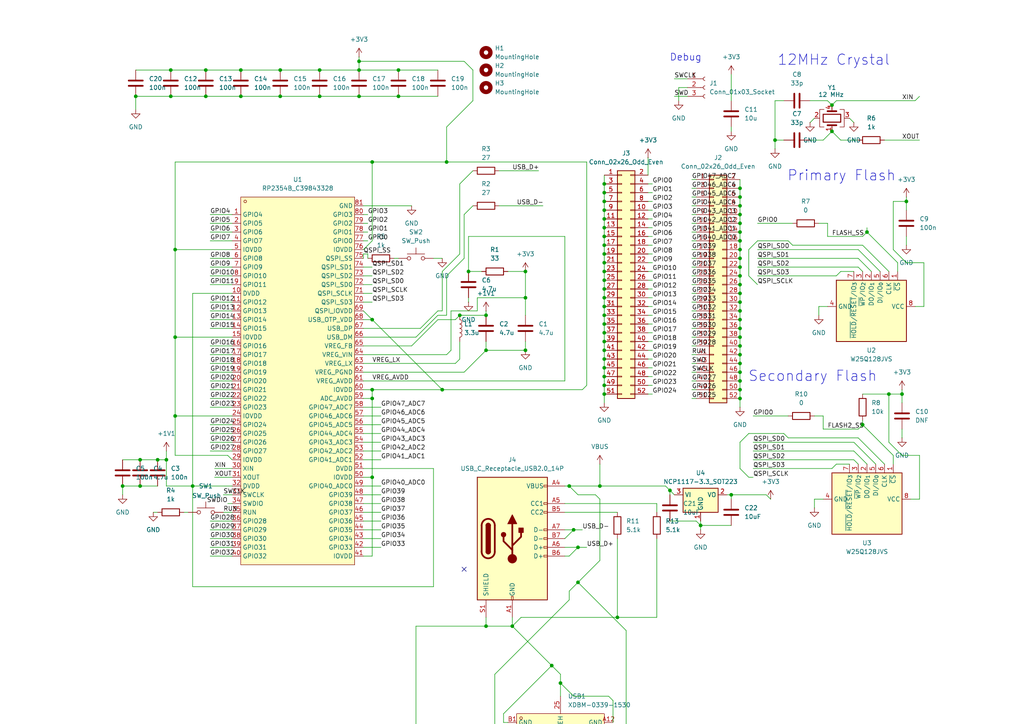
<source format=kicad_sch>
(kicad_sch (version 20250114) (generator "eeschema") (generator_version "9.0")
  (paper "A4")
  (lib_symbols
    (symbol "Connector:Conn_01x03_Socket" (pin_names (offset 1.016) (hide yes))
      (property "Reference" "J" (at 0 5.08 0))
      (property "Value" "Conn_01x03_Socket" (at 0 -5.08 0))
      (symbol "Conn_01x03_Socket_1_1"
        (pin passive line (at -5.08 2.54 0) (length 3.81) (name "Pin_1") (number "1"))
        (pin passive line (at -5.08 0 0) (length 3.81) (name "Pin_2") (number "2"))
        (pin passive line (at -5.08 -2.54 0) (length 3.81) (name "Pin_3") (number "3"))
      )
    )
    (symbol "Connector:USB_C_Receptacle_USB2.0_14P" (pin_names (offset 1.016))
      (property "Reference" "J" (at 0 22.225 0))
      (property "Value" "USB_C_Receptacle_USB2.0_14P" (at 0 19.685 0))
      (symbol "USB_C_Receptacle_USB2.0_14P_1_1"
        (pin passive line (at -7.62 -22.86 90) (length 5.08) (name "SHIELD") (number "S1"))
        (pin passive line (at 0 -22.86 90) (length 5.08) (name "GND") (number "A1"))
        (pin passive line (at 0 -22.86 90) (length 5.08) (hide yes) (name "GND") (number "A12"))
        (pin passive line (at 0 -22.86 90) (length 5.08) (hide yes) (name "GND") (number "B1"))
        (pin passive line (at 0 -22.86 90) (length 5.08) (hide yes) (name "GND") (number "B12"))
        (pin passive line (at 15.24 15.24 180) (length 5.08) (name "VBUS") (number "A4"))
        (pin passive line (at 15.24 15.24 180) (length 5.08) (hide yes) (name "VBUS") (number "A9"))
        (pin passive line (at 15.24 15.24 180) (length 5.08) (hide yes) (name "VBUS") (number "B4"))
        (pin passive line (at 15.24 15.24 180) (length 5.08) (hide yes) (name "VBUS") (number "B9"))
        (pin bidirectional line (at 15.24 10.16 180) (length 5.08) (name "CC1") (number "A5"))
        (pin bidirectional line (at 15.24 7.62 180) (length 5.08) (name "CC2") (number "B5"))
        (pin bidirectional line (at 15.24 2.54 180) (length 5.08) (name "D-") (number "A7"))
        (pin bidirectional line (at 15.24 0 180) (length 5.08) (name "D-") (number "B7"))
        (pin bidirectional line (at 15.24 -2.54 180) (length 5.08) (name "D+") (number "A6"))
        (pin bidirectional line (at 15.24 -5.08 180) (length 5.08) (name "D+") (number "B6"))
      )
    )
    (symbol "Connector_Generic:Conn_02x26_Odd_Even" (pin_names (offset 1.016) (hide yes))
      (property "Reference" "J" (at 1.27 33.02 0))
      (property "Value" "Conn_02x26_Odd_Even" (at 1.27 -35.56 0))
      (symbol "Conn_02x26_Odd_Even_1_1"
        (pin passive line (at -5.08 30.48 0) (length 3.81) (name "Pin_1") (number "1"))
        (pin passive line (at -5.08 27.94 0) (length 3.81) (name "Pin_3") (number "3"))
        (pin passive line (at -5.08 25.4 0) (length 3.81) (name "Pin_5") (number "5"))
        (pin passive line (at -5.08 22.86 0) (length 3.81) (name "Pin_7") (number "7"))
        (pin passive line (at -5.08 20.32 0) (length 3.81) (name "Pin_9") (number "9"))
        (pin passive line (at -5.08 17.78 0) (length 3.81) (name "Pin_11") (number "11"))
        (pin passive line (at -5.08 15.24 0) (length 3.81) (name "Pin_13") (number "13"))
        (pin passive line (at -5.08 12.7 0) (length 3.81) (name "Pin_15") (number "15"))
        (pin passive line (at -5.08 10.16 0) (length 3.81) (name "Pin_17") (number "17"))
        (pin passive line (at -5.08 7.62 0) (length 3.81) (name "Pin_19") (number "19"))
        (pin passive line (at -5.08 5.08 0) (length 3.81) (name "Pin_21") (number "21"))
        (pin passive line (at -5.08 2.54 0) (length 3.81) (name "Pin_23") (number "23"))
        (pin passive line (at -5.08 0 0) (length 3.81) (name "Pin_25") (number "25"))
        (pin passive line (at -5.08 -2.54 0) (length 3.81) (name "Pin_27") (number "27"))
        (pin passive line (at -5.08 -5.08 0) (length 3.81) (name "Pin_29") (number "29"))
        (pin passive line (at -5.08 -7.62 0) (length 3.81) (name "Pin_31") (number "31"))
        (pin passive line (at -5.08 -10.16 0) (length 3.81) (name "Pin_33") (number "33"))
        (pin passive line (at -5.08 -12.7 0) (length 3.81) (name "Pin_35") (number "35"))
        (pin passive line (at -5.08 -15.24 0) (length 3.81) (name "Pin_37") (number "37"))
        (pin passive line (at -5.08 -17.78 0) (length 3.81) (name "Pin_39") (number "39"))
        (pin passive line (at -5.08 -20.32 0) (length 3.81) (name "Pin_41") (number "41"))
        (pin passive line (at -5.08 -22.86 0) (length 3.81) (name "Pin_43") (number "43"))
        (pin passive line (at -5.08 -25.4 0) (length 3.81) (name "Pin_45") (number "45"))
        (pin passive line (at -5.08 -27.94 0) (length 3.81) (name "Pin_47") (number "47"))
        (pin passive line (at -5.08 -30.48 0) (length 3.81) (name "Pin_49") (number "49"))
        (pin passive line (at -5.08 -33.02 0) (length 3.81) (name "Pin_51") (number "51"))
        (pin passive line (at 7.62 30.48 180) (length 3.81) (name "Pin_2") (number "2"))
        (pin passive line (at 7.62 27.94 180) (length 3.81) (name "Pin_4") (number "4"))
        (pin passive line (at 7.62 25.4 180) (length 3.81) (name "Pin_6") (number "6"))
        (pin passive line (at 7.62 22.86 180) (length 3.81) (name "Pin_8") (number "8"))
        (pin passive line (at 7.62 20.32 180) (length 3.81) (name "Pin_10") (number "10"))
        (pin passive line (at 7.62 17.78 180) (length 3.81) (name "Pin_12") (number "12"))
        (pin passive line (at 7.62 15.24 180) (length 3.81) (name "Pin_14") (number "14"))
        (pin passive line (at 7.62 12.7 180) (length 3.81) (name "Pin_16") (number "16"))
        (pin passive line (at 7.62 10.16 180) (length 3.81) (name "Pin_18") (number "18"))
        (pin passive line (at 7.62 7.62 180) (length 3.81) (name "Pin_20") (number "20"))
        (pin passive line (at 7.62 5.08 180) (length 3.81) (name "Pin_22") (number "22"))
        (pin passive line (at 7.62 2.54 180) (length 3.81) (name "Pin_24") (number "24"))
        (pin passive line (at 7.62 0 180) (length 3.81) (name "Pin_26") (number "26"))
        (pin passive line (at 7.62 -2.54 180) (length 3.81) (name "Pin_28") (number "28"))
        (pin passive line (at 7.62 -5.08 180) (length 3.81) (name "Pin_30") (number "30"))
        (pin passive line (at 7.62 -7.62 180) (length 3.81) (name "Pin_32") (number "32"))
        (pin passive line (at 7.62 -10.16 180) (length 3.81) (name "Pin_34") (number "34"))
        (pin passive line (at 7.62 -12.7 180) (length 3.81) (name "Pin_36") (number "36"))
        (pin passive line (at 7.62 -15.24 180) (length 3.81) (name "Pin_38") (number "38"))
        (pin passive line (at 7.62 -17.78 180) (length 3.81) (name "Pin_40") (number "40"))
        (pin passive line (at 7.62 -20.32 180) (length 3.81) (name "Pin_42") (number "42"))
        (pin passive line (at 7.62 -22.86 180) (length 3.81) (name "Pin_44") (number "44"))
        (pin passive line (at 7.62 -25.4 180) (length 3.81) (name "Pin_46") (number "46"))
        (pin passive line (at 7.62 -27.94 180) (length 3.81) (name "Pin_48") (number "48"))
        (pin passive line (at 7.62 -30.48 180) (length 3.81) (name "Pin_50") (number "50"))
        (pin passive line (at 7.62 -33.02 180) (length 3.81) (name "Pin_52") (number "52"))
      )
    )
    (symbol "Device:C" (pin_numbers (hide yes)) (pin_names (offset 0.254))
      (property "Reference" "C" (at 0.635 2.54 0))
      (property "Value" "C" (at 0.635 -2.54 0))
      (symbol "C_1_1"
        (pin passive line (at 0 3.81 270) (length 2.794) (name "~") (number "1"))
        (pin passive line (at 0 -3.81 90) (length 2.794) (name "~") (number "2"))
      )
    )
    (symbol "Device:Crystal_GND23" (pin_names (offset 1.016) (hide yes))
      (property "Reference" "Y" (at 3.175 5.08 0))
      (property "Value" "Crystal_GND23" (at 3.175 3.175 0))
      (symbol "Crystal_GND23_1_1"
        (pin passive line (at -3.81 0 0) (length 1.27) (name "1") (number "1"))
        (pin passive line (at 0 5.08 270) (length 1.27) (name "2") (number "2"))
        (pin passive line (at 0 -5.08 90) (length 1.27) (name "3") (number "3"))
        (pin passive line (at 3.81 0 180) (length 1.27) (name "4") (number "4"))
      )
    )
    (symbol "Device:L" (pin_numbers (hide yes)) (pin_names (offset 1.016) (hide yes))
      (property "Reference" "L" (at -1.27 0 90))
      (property "Value" "L" (at 1.905 0 90))
      (symbol "L_1_1"
        (pin passive line (at 0 3.81 270) (length 1.27) (name "1") (number "1"))
        (pin passive line (at 0 -3.81 90) (length 1.27) (name "2") (number "2"))
      )
    )
    (symbol "Device:R" (pin_numbers (hide yes)) (pin_names (offset 0))
      (property "Reference" "R" (at 2.032 0 90))
      (property "Value" "R" (at 0 0 90))
      (symbol "R_1_1"
        (pin passive line (at 0 3.81 270) (length 1.27) (name "~") (number "1"))
        (pin passive line (at 0 -3.81 90) (length 1.27) (name "~") (number "2"))
      )
    )
    (symbol "Mechanical:MountingHole" (pin_names (offset 1.016)) (in_bom no)
      (property "Reference" "H" (at 0 5.08 0))
      (property "Value" "MountingHole" (at 0 3.175 0))
    )
    (symbol "Memory_Flash:W25Q128JVS"
      (property "Reference" "U" (at -6.35 11.43 0))
      (property "Value" "W25Q128JVS" (at 7.62 11.43 0))
      (symbol "W25Q128JVS_1_1"
        (pin input line (at -10.16 7.62 0) (length 2.54) (name "~{CS}") (number "1"))
        (pin input line (at -10.16 5.08 0) (length 2.54) (name "CLK") (number "6"))
        (pin bidirectional line (at -10.16 2.54 0) (length 2.54) (name "DI/IO_{0}") (number "5"))
        (pin bidirectional line (at -10.16 0 0) (length 2.54) (name "DO/IO_{1}") (number "2"))
        (pin bidirectional line (at -10.16 -2.54 0) (length 2.54) (name "~{WP}/IO_{2}") (number "3"))
        (pin bidirectional line (at -10.16 -5.08 0) (length 2.54) (name "~{HOLD}/~{RESET}/IO_{3}") (number "7"))
        (pin power_in line (at 0 12.7 270) (length 2.54) (name "VCC") (number "8"))
        (pin power_in line (at 0 -12.7 90) (length 2.54) (name "GND") (number "4"))
      )
    )
    (symbol "Regulator_Linear:NCP1117-3.3_SOT223"
      (property "Reference" "U" (at -3.81 3.175 0))
      (property "Value" "NCP1117-3.3_SOT223" (at 0 3.175 0))
      (symbol "NCP1117-3.3_SOT223_1_1"
        (pin power_in line (at -7.62 0 0) (length 2.54) (name "VI") (number "3"))
        (pin power_in line (at 0 -7.62 90) (length 2.54) (name "GND") (number "1"))
        (pin power_out line (at 7.62 0 180) (length 2.54) (name "VO") (number "2"))
      )
    )
    (symbol "Switch:SW_Push" (pin_numbers (hide yes)) (pin_names (offset 1.016) (hide yes))
      (property "Reference" "SW" (at 1.27 2.54 0))
      (property "Value" "SW_Push" (at 0 -1.524 0))
      (symbol "SW_Push_0_1"
        (pin passive line (at -5.08 0 0) (length 2.54) (name "1") (number "1"))
        (pin passive line (at 5.08 0 180) (length 2.54) (name "2") (number "2"))
      )
    )
    (symbol "easyeda2kicad:RP2354B_C39843328"
      (property "Reference" "U" (at 0 55.88 0))
      (property "Value" "RP2354B_C39843328" (at 0 -55.88 0))
      (symbol "RP2354B_C39843328_0_1"
        (pin unspecified line (at -19.05 48.26 0) (length 2.54) (name "GPIO4") (number "1"))
        (pin unspecified line (at -19.05 45.72 0) (length 2.54) (name "GPIO5") (number "2"))
        (pin unspecified line (at -19.05 43.18 0) (length 2.54) (name "GPIO6") (number "3"))
        (pin unspecified line (at -19.05 40.64 0) (length 2.54) (name "GPIO7") (number "4"))
        (pin unspecified line (at -19.05 38.1 0) (length 2.54) (name "IOVDD") (number "5"))
        (pin unspecified line (at -19.05 35.56 0) (length 2.54) (name "GPIO8") (number "6"))
        (pin unspecified line (at -19.05 33.02 0) (length 2.54) (name "GPIO9") (number "7"))
        (pin unspecified line (at -19.05 30.48 0) (length 2.54) (name "GPIO10") (number "8"))
        (pin unspecified line (at -19.05 27.94 0) (length 2.54) (name "GPIO11") (number "9"))
        (pin unspecified line (at -19.05 25.4 0) (length 2.54) (name "DVDD") (number "10"))
        (pin unspecified line (at -19.05 22.86 0) (length 2.54) (name "GPIO12") (number "11"))
        (pin unspecified line (at -19.05 20.32 0) (length 2.54) (name "GPIO13") (number "12"))
        (pin unspecified line (at -19.05 17.78 0) (length 2.54) (name "GPIO14") (number "13"))
        (pin unspecified line (at -19.05 15.24 0) (length 2.54) (name "GPIO15") (number "14"))
        (pin unspecified line (at -19.05 12.7 0) (length 2.54) (name "IOVDD") (number "15"))
        (pin unspecified line (at -19.05 10.16 0) (length 2.54) (name "GPIO16") (number "16"))
        (pin unspecified line (at -19.05 7.62 0) (length 2.54) (name "GPIO17") (number "17"))
        (pin unspecified line (at -19.05 5.08 0) (length 2.54) (name "GPIO18") (number "18"))
        (pin unspecified line (at -19.05 2.54 0) (length 2.54) (name "GPIO19") (number "19"))
        (pin unspecified line (at -19.05 0 0) (length 2.54) (name "GPIO20") (number "20"))
        (pin unspecified line (at -19.05 -2.54 0) (length 2.54) (name "GPIO21") (number "21"))
        (pin unspecified line (at -19.05 -5.08 0) (length 2.54) (name "GPIO22") (number "22"))
        (pin unspecified line (at -19.05 -7.62 0) (length 2.54) (name "GPIO23") (number "23"))
        (pin unspecified line (at -19.05 -10.16 0) (length 2.54) (name "IOVDD") (number "24"))
        (pin unspecified line (at -19.05 -12.7 0) (length 2.54) (name "GPIO24") (number "25"))
        (pin unspecified line (at -19.05 -15.24 0) (length 2.54) (name "GPIO25") (number "26"))
        (pin unspecified line (at -19.05 -17.78 0) (length 2.54) (name "GPIO26") (number "27"))
        (pin unspecified line (at -19.05 -20.32 0) (length 2.54) (name "GPIO27") (number "28"))
        (pin unspecified line (at -19.05 -22.86 0) (length 2.54) (name "IOVDD") (number "29"))
        (pin unspecified line (at -19.05 -25.4 0) (length 2.54) (name "XIN") (number "30"))
        (pin unspecified line (at -19.05 -27.94 0) (length 2.54) (name "XOUT") (number "31"))
        (pin unspecified line (at -19.05 -30.48 0) (length 2.54) (name "DVDD") (number "32"))
        (pin unspecified line (at -19.05 -33.02 0) (length 2.54) (name "SWCLK") (number "33"))
        (pin unspecified line (at -19.05 -35.56 0) (length 2.54) (name "SWDIO") (number "34"))
        (pin unspecified line (at -19.05 -38.1 0) (length 2.54) (name "RUN") (number "35"))
        (pin unspecified line (at -19.05 -40.64 0) (length 2.54) (name "GPIO28") (number "36"))
        (pin unspecified line (at -19.05 -43.18 0) (length 2.54) (name "GPIO29") (number "37"))
        (pin unspecified line (at -19.05 -45.72 0) (length 2.54) (name "GPIO30") (number "38"))
        (pin unspecified line (at -19.05 -48.26 0) (length 2.54) (name "GPIO31") (number "39"))
        (pin unspecified line (at -19.05 -50.8 0) (length 2.54) (name "GPIO32") (number "40"))
        (pin unspecified line (at 19.05 50.8 180) (length 2.54) (name "GND") (number "81"))
        (pin unspecified line (at 19.05 48.26 180) (length 2.54) (name "GPIO3") (number "80"))
        (pin unspecified line (at 19.05 45.72 180) (length 2.54) (name "GPIO2") (number "79"))
        (pin unspecified line (at 19.05 43.18 180) (length 2.54) (name "GPIO1") (number "78"))
        (pin unspecified line (at 19.05 40.64 180) (length 2.54) (name "GPIO0") (number "77"))
        (pin unspecified line (at 19.05 38.1 180) (length 2.54) (name "IOVDD") (number "76"))
        (pin unspecified line (at 19.05 35.56 180) (length 2.54) (name "QSPI_SS") (number "75"))
        (pin unspecified line (at 19.05 33.02 180) (length 2.54) (name "QSPI_SD1") (number "74"))
        (pin unspecified line (at 19.05 30.48 180) (length 2.54) (name "QSPI_SD2") (number "73"))
        (pin unspecified line (at 19.05 27.94 180) (length 2.54) (name "QSPI_SD0") (number "72"))
        (pin unspecified line (at 19.05 25.4 180) (length 2.54) (name "QSPI_SCLK") (number "71"))
        (pin unspecified line (at 19.05 22.86 180) (length 2.54) (name "QSPI_SD3") (number "70"))
        (pin unspecified line (at 19.05 20.32 180) (length 2.54) (name "QSPI_IOVDD") (number "69"))
        (pin unspecified line (at 19.05 17.78 180) (length 2.54) (name "USB_OTP_VDD") (number "68"))
        (pin unspecified line (at 19.05 15.24 180) (length 2.54) (name "USB_DP") (number "67"))
        (pin unspecified line (at 19.05 12.7 180) (length 2.54) (name "USB_DM") (number "66"))
        (pin unspecified line (at 19.05 10.16 180) (length 2.54) (name "VREG_FB") (number "65"))
        (pin unspecified line (at 19.05 7.62 180) (length 2.54) (name "VREG_VIN") (number "64"))
        (pin unspecified line (at 19.05 5.08 180) (length 2.54) (name "VREG_LX") (number "63"))
        (pin unspecified line (at 19.05 2.54 180) (length 2.54) (name "VREG_PGND") (number "62"))
        (pin unspecified line (at 19.05 0 180) (length 2.54) (name "VREG_AVDD") (number "61"))
        (pin unspecified line (at 19.05 -2.54 180) (length 2.54) (name "IOVDD") (number "60"))
        (pin unspecified line (at 19.05 -5.08 180) (length 2.54) (name "ADC_AVDD") (number "59"))
        (pin unspecified line (at 19.05 -7.62 180) (length 2.54) (name "GPIO47_ADC7") (number "58"))
        (pin unspecified line (at 19.05 -10.16 180) (length 2.54) (name "GPIO46_ADC6") (number "57"))
        (pin unspecified line (at 19.05 -12.7 180) (length 2.54) (name "GPIO45_ADC5") (number "56"))
        (pin unspecified line (at 19.05 -15.24 180) (length 2.54) (name "GPIO44_ADC4") (number "55"))
        (pin unspecified line (at 19.05 -17.78 180) (length 2.54) (name "GPIO43_ADC3") (number "54"))
        (pin unspecified line (at 19.05 -20.32 180) (length 2.54) (name "GPIO42_ADC2") (number "53"))
        (pin unspecified line (at 19.05 -22.86 180) (length 2.54) (name "GPIO41_ADC1") (number "52"))
        (pin unspecified line (at 19.05 -25.4 180) (length 2.54) (name "DVDD") (number "51"))
        (pin unspecified line (at 19.05 -27.94 180) (length 2.54) (name "IOVDD") (number "50"))
        (pin unspecified line (at 19.05 -30.48 180) (length 2.54) (name "GPIO40_ADC0") (number "49"))
        (pin unspecified line (at 19.05 -33.02 180) (length 2.54) (name "GPIO39") (number "48"))
        (pin unspecified line (at 19.05 -35.56 180) (length 2.54) (name "GPIO38") (number "47"))
        (pin unspecified line (at 19.05 -38.1 180) (length 2.54) (name "GPIO37") (number "46"))
        (pin unspecified line (at 19.05 -40.64 180) (length 2.54) (name "GPIO36") (number "45"))
        (pin unspecified line (at 19.05 -43.18 180) (length 2.54) (name "GPIO35") (number "44"))
        (pin unspecified line (at 19.05 -45.72 180) (length 2.54) (name "GPIO34") (number "43"))
        (pin unspecified line (at 19.05 -48.26 180) (length 2.54) (name "GPIO33") (number "42"))
        (pin unspecified line (at 19.05 -50.8 180) (length 2.54) (name "IOVDD") (number "41"))
      )
    )
    (symbol "easyeda2kicad:XDBM-0339-1530"
      (property "Reference" "USB" (at 0 27.94 0))
      (property "Value" "XDBM-0339-1530" (at 0 -25.4 0))
      (symbol "XDBM-0339-1530_0_1"
        (pin unspecified line (at -15.24 15.24 0) (length 2.54) (name "GND") (number "B1"))
        (pin unspecified line (at -15.24 12.7 0) (length 2.54) (name "SSTXp2") (number "B2"))
        (pin unspecified line (at -15.24 10.16 0) (length 2.54) (name "SSTXn2") (number "B3"))
        (pin unspecified line (at -15.24 7.62 0) (length 2.54) (name "VBUS") (number "B4"))
        (pin unspecified line (at -15.24 5.08 0) (length 2.54) (name "CC2") (number "B5"))
        (pin unspecified line (at -15.24 2.54 0) (length 2.54) (name "DP2") (number "B6"))
        (pin unspecified line (at -15.24 0 0) (length 2.54) (name "DN2") (number "B7"))
        (pin unspecified line (at -15.24 -2.54 0) (length 2.54) (name "SUB2") (number "B8"))
        (pin unspecified line (at -15.24 -5.08 0) (length 2.54) (name "VBUS") (number "B9"))
        (pin unspecified line (at -15.24 -7.62 0) (length 2.54) (name "SSRXn1") (number "B10"))
        (pin unspecified line (at -15.24 -10.16 0) (length 2.54) (name "SSRXp1") (number "B11"))
        (pin unspecified line (at -15.24 -12.7 0) (length 2.54) (name "GND") (number "B12"))
        (pin unspecified line (at 0 22.86 270) (length 5.08) (name "EH") (number "25"))
        (pin unspecified line (at 0 -20.32 90) (length 5.08) (name "EH") (number "26"))
        (pin unspecified line (at 15.24 15.24 180) (length 2.54) (name "GND") (number "A12"))
        (pin unspecified line (at 15.24 12.7 180) (length 2.54) (name "SSRXp2") (number "A11"))
        (pin unspecified line (at 15.24 10.16 180) (length 2.54) (name "SSRXn2") (number "A10"))
        (pin unspecified line (at 15.24 7.62 180) (length 2.54) (name "VBUS") (number "A9"))
        (pin unspecified line (at 15.24 5.08 180) (length 2.54) (name "SUB1") (number "A8"))
        (pin unspecified line (at 15.24 2.54 180) (length 2.54) (name "DN1") (number "A7"))
        (pin unspecified line (at 15.24 0 180) (length 2.54) (name "DP1") (number "A6"))
        (pin unspecified line (at 15.24 -2.54 180) (length 2.54) (name "CC1") (number "A5"))
        (pin unspecified line (at 15.24 -5.08 180) (length 2.54) (name "VBUS") (number "A4"))
        (pin unspecified line (at 15.24 -7.62 180) (length 2.54) (name "SSTXn1") (number "A3"))
        (pin unspecified line (at 15.24 -10.16 180) (length 2.54) (name "SSTXP1") (number "A2"))
        (pin unspecified line (at 15.24 -12.7 180) (length 2.54) (name "GND") (number "A1"))
      )
    )
    (symbol "power:+1V1" (power) (pin_numbers (hide yes)) (pin_names (offset 0) (hide yes))
      (property "Value" "+1V1" (at 0 3.556 0))
      (symbol "+1V1_1_1"
        (pin power_in line (at 0 0 90) (length 0) (name "~") (number "1"))
      )
    )
    (symbol "power:+3V3" (power) (pin_numbers (hide yes)) (pin_names (offset 0) (hide yes))
      (property "Value" "+3V3" (at 0 3.556 0))
      (symbol "+3V3_1_1"
        (pin power_in line (at 0 0 90) (length 0) (name "~") (number "1"))
      )
    )
    (symbol "power:GND" (power) (pin_numbers (hide yes)) (pin_names (offset 0) (hide yes))
      (property "Value" "GND" (at 0 -3.81 0))
      (symbol "GND_1_1"
        (pin power_in line (at 0 0 270) (length 0) (name "~") (number "1"))
      )
    )
    (symbol "power:VBUS" (power) (pin_numbers (hide yes)) (pin_names (offset 0) (hide yes))
      (property "Value" "VBUS" (at 0 3.556 0))
      (symbol "VBUS_1_1"
        (pin power_in line (at 0 0 90) (length 0) (name "~") (number "1"))
      )
    )
  )
  (text "Debug\n" (at 198.882 16.764 0) (effects (font (size 2 2))))
  (text "12MHz Crystal\n" (at 241.808 17.526 0) (effects (font (size 3 3))))
  (text "Secondary Flash\n" (at 235.712 109.22 0) (effects (font (size 3 3))))
  (text "Primary Flash\n" (at 244.094 51.054 0) (effects (font (size 3 3))))
  (junction (at 167.64 168.91))
  (junction (at 214.63 95.25))
  (junction (at 49.53 27.94))
  (junction (at 50.8 97.79))
  (junction (at 214.63 72.39))
  (junction (at 175.26 114.3))
  (junction (at 152.4 86.36))
  (junction (at 35.56 140.97))
  (junction (at 49.53 20.32))
  (junction (at 214.63 102.87))
  (junction (at 214.63 59.69))
  (junction (at 214.63 97.79))
  (junction (at 214.63 115.57))
  (junction (at 104.14 20.32))
  (junction (at 241.3 30.48))
  (junction (at 167.64 158.75))
  (junction (at 214.63 67.31))
  (junction (at 214.63 80.01))
  (junction (at 175.26 101.6))
  (junction (at 214.63 69.85))
  (junction (at 175.26 55.88))
  (junction (at 214.63 87.63))
  (junction (at 81.28 27.94))
  (junction (at 175.26 111.76))
  (junction (at 129.54 46.99))
  (junction (at 175.26 106.68))
  (junction (at 175.26 93.98))
  (junction (at 214.63 77.47))
  (junction (at 107.95 92.71))
  (junction (at 212.09 143.51))
  (junction (at 107.95 138.43))
  (junction (at 162.56 246.38))
  (junction (at 175.26 68.58))
  (junction (at 175.26 53.34))
  (junction (at 214.63 74.93))
  (junction (at 173.99 140.97))
  (junction (at 147.32 237.49))
  (junction (at 175.26 66.04))
  (junction (at 175.26 78.74))
  (junction (at 165.1 140.97))
  (junction (at 166.37 153.67))
  (junction (at 175.26 81.28))
  (junction (at 262.89 58.42))
  (junction (at 214.63 113.03))
  (junction (at 45.72 133.35))
  (junction (at 50.8 120.65))
  (junction (at 214.63 100.33))
  (junction (at 179.07 179.07))
  (junction (at 40.64 140.97))
  (junction (at 214.63 85.09))
  (junction (at 214.63 57.15))
  (junction (at 59.69 27.94))
  (junction (at 214.63 105.41))
  (junction (at 152.4 101.6))
  (junction (at 214.63 64.77))
  (junction (at 177.8 237.49))
  (junction (at 104.14 27.94))
  (junction (at 162.56 198.12))
  (junction (at 250.19 123.19))
  (junction (at 148.59 181.61))
  (junction (at 175.26 71.12))
  (junction (at 69.85 20.32))
  (junction (at 175.26 104.14))
  (junction (at 203.2 152.4))
  (junction (at 175.26 60.96))
  (junction (at 175.26 99.06))
  (junction (at 140.97 101.6))
  (junction (at 175.26 76.2))
  (junction (at 55.88 140.97))
  (junction (at 214.63 54.61))
  (junction (at 181.61 217.17))
  (junction (at 194.31 142.24))
  (junction (at 214.63 110.49))
  (junction (at 261.62 114.3))
  (junction (at 40.64 133.35))
  (junction (at 133.35 91.44))
  (junction (at 251.46 67.31))
  (junction (at 224.79 40.64))
  (junction (at 214.63 90.17))
  (junction (at 107.95 113.03))
  (junction (at 175.26 86.36))
  (junction (at 175.26 73.66))
  (junction (at 92.71 20.32))
  (junction (at 50.8 72.39))
  (junction (at 48.26 133.35))
  (junction (at 175.26 88.9))
  (junction (at 214.63 107.95))
  (junction (at 175.26 58.42))
  (junction (at 115.57 27.94))
  (junction (at 107.95 115.57))
  (junction (at 143.51 217.17))
  (junction (at 69.85 27.94))
  (junction (at 175.26 109.22))
  (junction (at 175.26 91.44))
  (junction (at 175.26 63.5))
  (junction (at 175.26 96.52))
  (junction (at 257.81 114.3))
  (junction (at 214.63 92.71))
  (junction (at 241.3 38.1))
  (junction (at 214.63 82.55))
  (junction (at 59.69 20.32))
  (junction (at 115.57 20.32))
  (junction (at 135.89 78.74))
  (junction (at 92.71 27.94))
  (junction (at 39.37 27.94))
  (junction (at 152.4 78.74))
  (junction (at 214.63 62.23))
  (junction (at 140.97 181.61))
  (junction (at 140.97 91.44))
  (junction (at 175.26 83.82))
  (junction (at 81.28 20.32))
  (junction (at 160.02 193.04))
  (junction (at 104.14 17.78))
  (junction (at 107.95 46.99))
  (junction (at 128.27 113.03))
  (no_connect (at 147.32 234.95))
  (no_connect (at 147.32 227.33))
  (no_connect (at 177.8 219.71))
  (no_connect (at 147.32 214.63))
  (no_connect (at 134.62 165.1))
  (no_connect (at 177.8 212.09))
  (no_connect (at 177.8 214.63))
  (no_connect (at 147.32 212.09))
  (no_connect (at 147.32 232.41))
  (no_connect (at 177.8 232.41))
  (no_connect (at 177.8 234.95))
  (wire (pts (xy 234.95 40.64) (xy 238.76 40.64)))
  (wire (pts (xy 214.63 102.87) (xy 214.63 105.41)))
  (wire (pts (xy 234.95 35.56) (xy 236.22 34.29)))
  (wire (pts (xy 187.96 114.3) (xy 189.23 114.3)))
  (wire (pts (xy 105.41 140.97) (xy 110.49 140.97)))
  (wire (pts (xy 129.54 46.99) (xy 129.54 36.83)))
  (wire (pts (xy 48.26 130.81) (xy 48.26 133.35)))
  (wire (pts (xy 214.63 52.07) (xy 214.63 54.61)))
  (wire (pts (xy 139.7 219.71) (xy 147.32 219.71)))
  (wire (pts (xy 147.32 242.57) (xy 149.86 245.11)))
  (wire (pts (xy 234.95 29.21) (xy 240.03 29.21)))
  (wire (pts (xy 243.84 40.64) (xy 248.92 40.64)))
  (wire (pts (xy 261.62 132.08) (xy 257.81 128.27)))
  (wire (pts (xy 218.44 135.89) (xy 241.3 135.89)))
  (wire (pts (xy 105.41 85.09) (xy 107.95 85.09)))
  (wire (pts (xy 55.88 140.97) (xy 55.88 170.18)))
  (wire (pts (xy 214.63 105.41) (xy 214.63 107.95)))
  (wire (pts (xy 266.7 132.08) (xy 261.62 132.08)))
  (wire (pts (xy 62.23 138.43) (xy 67.31 138.43)))
  (wire (pts (xy 92.71 27.94) (xy 104.14 27.94)))
  (wire (pts (xy 107.95 46.99) (xy 129.54 46.99)))
  (wire (pts (xy 175.26 86.36) (xy 175.26 88.9)))
  (wire (pts (xy 105.41 67.31) (xy 106.68 67.31)))
  (wire (pts (xy 39.37 27.94) (xy 49.53 27.94)))
  (wire (pts (xy 222.25 143.51) (xy 223.52 144.78)))
  (wire (pts (xy 177.8 209.55) (xy 177.8 203.2)))
  (wire (pts (xy 218.44 138.43) (xy 217.17 138.43)))
  (wire (pts (xy 165.1 171.45) (xy 167.64 168.91)))
  (wire (pts (xy 175.26 58.42) (xy 175.26 60.96)))
  (wire (pts (xy 143.51 217.17) (xy 143.51 195.58)))
  (wire (pts (xy 224.79 40.64) (xy 227.33 40.64)))
  (wire (pts (xy 200.66 74.93) (xy 201.93 74.93)))
  (wire (pts (xy 35.56 140.97) (xy 40.64 140.97)))
  (wire (pts (xy 163.83 68.58) (xy 163.83 110.49)))
  (wire (pts (xy 163.83 161.29) (xy 165.1 161.29)))
  (wire (pts (xy 50.8 132.08) (xy 66.04 132.08)))
  (wire (pts (xy 237.49 88.9) (xy 240.03 88.9)))
  (wire (pts (xy 218.44 120.65) (xy 228.6 120.65)))
  (wire (pts (xy 162.56 198.12) (xy 162.56 195.58)))
  (wire (pts (xy 81.28 27.94) (xy 92.71 27.94)))
  (wire (pts (xy 120.65 181.61) (xy 120.65 252.73)))
  (wire (pts (xy 138.43 86.36) (xy 138.43 90.17)))
  (wire (pts (xy 212.09 143.51) (xy 212.09 144.78)))
  (wire (pts (xy 119.38 100.33) (xy 127 92.71)))
  (wire (pts (xy 151.13 179.07) (xy 148.59 181.61)))
  (wire (pts (xy 35.56 133.35) (xy 40.64 133.35)))
  (wire (pts (xy 166.37 201.93) (xy 162.56 198.12)))
  (wire (pts (xy 200.66 100.33) (xy 201.93 100.33)))
  (wire (pts (xy 173.99 144.78) (xy 172.72 143.51)))
  (wire (pts (xy 105.41 143.51) (xy 110.49 143.51)))
  (wire (pts (xy 214.63 57.15) (xy 214.63 59.69)))
  (wire (pts (xy 165.1 140.97) (xy 173.99 140.97)))
  (wire (pts (xy 49.53 20.32) (xy 59.69 20.32)))
  (wire (pts (xy 240.03 68.58) (xy 250.19 68.58)))
  (wire (pts (xy 135.89 231.14) (xy 125.73 220.98)))
  (wire (pts (xy 140.97 179.07) (xy 140.97 181.61)))
  (wire (pts (xy 60.96 74.93) (xy 67.31 74.93)))
  (wire (pts (xy 200.66 107.95) (xy 201.93 107.95)))
  (wire (pts (xy 201.93 151.13) (xy 203.2 152.4)))
  (wire (pts (xy 115.57 27.94) (xy 127 27.94)))
  (wire (pts (xy 200.66 67.31) (xy 201.93 67.31)))
  (wire (pts (xy 60.96 92.71) (xy 67.31 92.71)))
  (wire (pts (xy 105.41 73.66) (xy 105.41 74.93)))
  (wire (pts (xy 184.15 220.98) (xy 185.42 220.98)))
  (wire (pts (xy 214.63 128.27) (xy 217.17 125.73)))
  (wire (pts (xy 144.78 224.79) (xy 135.89 233.68)))
  (wire (pts (xy 175.26 76.2) (xy 175.26 78.74)))
  (wire (pts (xy 238.76 124.46) (xy 248.92 124.46)))
  (wire (pts (xy 240.03 29.21) (xy 241.3 30.48)))
  (wire (pts (xy 48.26 140.97) (xy 55.88 140.97)))
  (wire (pts (xy 81.28 20.32) (xy 92.71 20.32)))
  (wire (pts (xy 214.63 113.03) (xy 214.63 115.57)))
  (wire (pts (xy 129.54 91.44) (xy 129.54 80.01)))
  (wire (pts (xy 127 91.44) (xy 129.54 91.44)))
  (wire (pts (xy 247.65 133.35) (xy 248.92 134.62)))
  (wire (pts (xy 50.8 120.65) (xy 50.8 132.08)))
  (wire (pts (xy 165.1 140.97) (xy 163.83 140.97)))
  (wire (pts (xy 105.41 62.23) (xy 106.68 62.23)))
  (wire (pts (xy 161.29 245.11) (xy 162.56 246.38)))
  (wire (pts (xy 241.3 135.89) (xy 242.57 134.62)))
  (wire (pts (xy 200.66 90.17) (xy 201.93 90.17)))
  (wire (pts (xy 247.65 128.27) (xy 254 134.62)))
  (wire (pts (xy 62.23 135.89) (xy 67.31 135.89)))
  (wire (pts (xy 175.26 106.68) (xy 175.26 109.22)))
  (wire (pts (xy 175.26 104.14) (xy 175.26 106.68)))
  (wire (pts (xy 105.41 115.57) (xy 107.95 115.57)))
  (wire (pts (xy 165.1 173.99) (xy 165.1 171.45)))
  (wire (pts (xy 107.95 113.03) (xy 128.27 113.03)))
  (wire (pts (xy 105.41 130.81) (xy 110.49 130.81)))
  (wire (pts (xy 250.19 121.92) (xy 250.19 123.19)))
  (wire (pts (xy 170.18 111.76) (xy 168.91 113.03)))
  (wire (pts (xy 265.43 29.21) (xy 266.7 27.94)))
  (wire (pts (xy 248.92 74.93) (xy 252.73 78.74)))
  (wire (pts (xy 144.78 59.69) (xy 157.48 59.69)))
  (wire (pts (xy 105.41 113.03) (xy 107.95 113.03)))
  (wire (pts (xy 262.89 76.2) (xy 259.08 72.39)))
  (wire (pts (xy 140.97 218.44) (xy 137.16 218.44)))
  (wire (pts (xy 134.62 62.23) (xy 137.16 59.69)))
  (wire (pts (xy 248.92 127) (xy 256.54 134.62)))
  (wire (pts (xy 200.66 69.85) (xy 201.93 69.85)))
  (wire (pts (xy 200.66 64.77) (xy 201.93 64.77)))
  (wire (pts (xy 236.22 144.78) (xy 238.76 144.78)))
  (wire (pts (xy 177.8 224.79) (xy 179.07 224.79)))
  (wire (pts (xy 105.41 158.75) (xy 110.49 158.75)))
  (wire (pts (xy 203.2 151.13) (xy 203.2 152.4)))
  (wire (pts (xy 212.09 143.51) (xy 222.25 143.51)))
  (wire (pts (xy 214.63 90.17) (xy 214.63 92.71)))
  (wire (pts (xy 49.53 27.94) (xy 59.69 27.94)))
  (wire (pts (xy 214.63 59.69) (xy 214.63 62.23)))
  (wire (pts (xy 129.54 80.01) (xy 134.62 74.93)))
  (wire (pts (xy 139.7 228.6) (xy 139.7 237.49)))
  (wire (pts (xy 105.41 95.25) (xy 121.92 95.25)))
  (wire (pts (xy 187.96 106.68) (xy 189.23 106.68)))
  (wire (pts (xy 214.63 80.01) (xy 214.63 82.55)))
  (wire (pts (xy 214.63 64.77) (xy 214.63 67.31)))
  (wire (pts (xy 195.58 27.94) (xy 199.39 27.94)))
  (wire (pts (xy 187.96 63.5) (xy 189.23 63.5)))
  (wire (pts (xy 214.63 115.57) (xy 214.63 118.11)))
  (wire (pts (xy 128.27 90.17) (xy 128.27 78.74)))
  (wire (pts (xy 92.71 20.32) (xy 104.14 20.32)))
  (wire (pts (xy 140.97 181.61) (xy 148.59 181.61)))
  (wire (pts (xy 60.96 69.85) (xy 67.31 69.85)))
  (wire (pts (xy 69.85 27.94) (xy 81.28 27.94)))
  (wire (pts (xy 190.5 156.21) (xy 190.5 179.07)))
  (wire (pts (xy 187.96 73.66) (xy 189.23 73.66)))
  (wire (pts (xy 194.31 142.24) (xy 195.58 143.51)))
  (wire (pts (xy 227.33 125.73) (xy 228.6 127)))
  (wire (pts (xy 267.97 76.2) (xy 262.89 76.2)))
  (wire (pts (xy 200.66 72.39) (xy 201.93 72.39)))
  (wire (pts (xy 146.05 207.01) (xy 160.02 193.04)))
  (wire (pts (xy 175.26 73.66) (xy 175.26 76.2)))
  (wire (pts (xy 147.32 78.74) (xy 152.4 78.74)))
  (wire (pts (xy 200.66 77.47) (xy 201.93 77.47)))
  (wire (pts (xy 242.57 80.01) (xy 243.84 78.74)))
  (wire (pts (xy 180.34 222.25) (xy 186.69 215.9)))
  (wire (pts (xy 55.88 170.18) (xy 125.73 170.18)))
  (wire (pts (xy 187.96 96.52) (xy 189.23 96.52)))
  (wire (pts (xy 200.66 54.61) (xy 201.93 54.61)))
  (wire (pts (xy 212.09 36.83) (xy 212.09 38.1)))
  (wire (pts (xy 35.56 140.97) (xy 35.56 143.51)))
  (wire (pts (xy 176.53 201.93) (xy 166.37 201.93)))
  (wire (pts (xy 196.85 25.4) (xy 196.85 29.21)))
  (wire (pts (xy 175.26 83.82) (xy 175.26 86.36)))
  (wire (pts (xy 69.85 20.32) (xy 81.28 20.32)))
  (wire (pts (xy 175.26 55.88) (xy 175.26 58.42)))
  (wire (pts (xy 175.26 109.22) (xy 175.26 111.76)))
  (wire (pts (xy 60.96 158.75) (xy 67.31 158.75)))
  (wire (pts (xy 39.37 20.32) (xy 49.53 20.32)))
  (wire (pts (xy 140.97 101.6) (xy 152.4 101.6)))
  (wire (pts (xy 105.41 82.55) (xy 107.95 82.55)))
  (wire (pts (xy 187.96 55.88) (xy 189.23 55.88)))
  (wire (pts (xy 200.66 57.15) (xy 201.93 57.15)))
  (wire (pts (xy 177.8 222.25) (xy 180.34 222.25)))
  (wire (pts (xy 175.26 91.44) (xy 175.26 93.98)))
  (wire (pts (xy 148.59 179.07) (xy 148.59 181.61)))
  (wire (pts (xy 214.63 92.71) (xy 214.63 95.25)))
  (wire (pts (xy 187.96 93.98) (xy 189.23 93.98)))
  (wire (pts (xy 200.66 52.07) (xy 201.93 52.07)))
  (wire (pts (xy 200.66 115.57) (xy 201.93 115.57)))
  (wire (pts (xy 241.3 38.1) (xy 243.84 40.64)))
  (wire (pts (xy 200.66 102.87) (xy 201.93 102.87)))
  (wire (pts (xy 214.63 69.85) (xy 214.63 72.39)))
  (wire (pts (xy 55.88 140.97) (xy 67.31 140.97)))
  (wire (pts (xy 200.66 62.23) (xy 201.93 62.23)))
  (wire (pts (xy 105.41 135.89) (xy 125.73 135.89)))
  (wire (pts (xy 259.08 132.08) (xy 259.08 134.62)))
  (wire (pts (xy 105.41 110.49) (xy 163.83 110.49)))
  (wire (pts (xy 187.96 68.58) (xy 189.23 68.58)))
  (wire (pts (xy 125.73 135.89) (xy 125.73 170.18)))
  (wire (pts (xy 134.62 220.98) (xy 130.81 220.98)))
  (wire (pts (xy 167.64 143.51) (xy 165.1 140.97)))
  (wire (pts (xy 104.14 16.51) (xy 104.14 17.78)))
  (wire (pts (xy 214.63 74.93) (xy 214.63 77.47)))
  (wire (pts (xy 187.96 66.04) (xy 189.23 66.04)))
  (wire (pts (xy 200.66 59.69) (xy 201.93 59.69)))
  (wire (pts (xy 200.66 105.41) (xy 201.93 105.41)))
  (wire (pts (xy 168.91 113.03) (xy 128.27 113.03)))
  (wire (pts (xy 193.04 140.97) (xy 194.31 142.24)))
  (wire (pts (xy 219.71 72.39) (xy 248.92 72.39)))
  (wire (pts (xy 45.72 133.35) (xy 48.26 133.35)))
  (wire (pts (xy 200.66 95.25) (xy 201.93 95.25)))
  (wire (pts (xy 175.26 68.58) (xy 175.26 71.12)))
  (wire (pts (xy 179.07 238.76) (xy 177.8 237.49)))
  (wire (pts (xy 177.8 217.17) (xy 181.61 217.17)))
  (wire (pts (xy 163.83 153.67) (xy 166.37 153.67)))
  (wire (pts (xy 217.17 72.39) (xy 219.71 69.85)))
  (wire (pts (xy 60.96 62.23) (xy 67.31 62.23)))
  (wire (pts (xy 138.43 86.36) (xy 152.4 86.36)))
  (wire (pts (xy 261.62 116.84) (xy 261.62 114.3)))
  (wire (pts (xy 147.32 237.49) (xy 147.32 242.57)))
  (wire (pts (xy 175.26 114.3) (xy 175.26 116.84)))
  (wire (pts (xy 259.08 58.42) (xy 262.89 58.42)))
  (wire (pts (xy 50.8 97.79) (xy 50.8 120.65)))
  (wire (pts (xy 105.41 138.43) (xy 107.95 138.43)))
  (wire (pts (xy 107.95 138.43) (xy 107.95 161.29)))
  (wire (pts (xy 242.57 134.62) (xy 246.38 134.62)))
  (wire (pts (xy 60.96 82.55) (xy 67.31 82.55)))
  (wire (pts (xy 162.56 195.58) (xy 160.02 193.04)))
  (wire (pts (xy 190.5 146.05) (xy 190.5 148.59)))
  (wire (pts (xy 48.26 133.35) (xy 48.26 140.97)))
  (wire (pts (xy 55.88 85.09) (xy 55.88 140.97)))
  (wire (pts (xy 175.26 81.28) (xy 175.26 83.82)))
  (wire (pts (xy 146.05 209.55) (xy 147.32 209.55)))
  (wire (pts (xy 133.35 99.06) (xy 133.35 104.14)))
  (wire (pts (xy 224.79 29.21) (xy 224.79 40.64)))
  (wire (pts (xy 228.6 127) (xy 248.92 127)))
  (wire (pts (xy 143.51 217.17) (xy 143.51 229.87)))
  (wire (pts (xy 60.96 123.19) (xy 67.31 123.19)))
  (wire (pts (xy 262.89 57.15) (xy 262.89 58.42)))
  (wire (pts (xy 250.19 123.19) (xy 259.08 132.08)))
  (wire (pts (xy 105.41 102.87) (xy 129.54 102.87)))
  (wire (pts (xy 139.7 237.49) (xy 147.32 237.49)))
  (wire (pts (xy 105.41 69.85) (xy 106.68 69.85)))
  (wire (pts (xy 64.77 148.59) (xy 67.31 148.59)))
  (wire (pts (xy 105.41 146.05) (xy 110.49 146.05)))
  (wire (pts (xy 203.2 152.4) (xy 203.2 153.67)))
  (wire (pts (xy 217.17 125.73) (xy 227.33 125.73)))
  (wire (pts (xy 264.16 144.78) (xy 266.7 144.78)))
  (wire (pts (xy 50.8 72.39) (xy 67.31 72.39)))
  (wire (pts (xy 133.35 91.44) (xy 140.97 91.44)))
  (wire (pts (xy 182.88 222.25) (xy 184.15 220.98)))
  (wire (pts (xy 105.41 123.19) (xy 110.49 123.19)))
  (wire (pts (xy 187.96 53.34) (xy 189.23 53.34)))
  (wire (pts (xy 128.27 113.03) (xy 107.95 92.71)))
  (wire (pts (xy 64.77 143.51) (xy 67.31 143.51)))
  (wire (pts (xy 219.71 80.01) (xy 242.57 80.01)))
  (wire (pts (xy 135.89 68.58) (xy 163.83 68.58)))
  (wire (pts (xy 224.79 29.21) (xy 227.33 29.21)))
  (wire (pts (xy 105.41 105.41) (xy 132.08 105.41)))
  (wire (pts (xy 238.76 120.65) (xy 238.76 124.46)))
  (wire (pts (xy 248.92 124.46) (xy 250.19 123.19)))
  (wire (pts (xy 60.96 87.63) (xy 67.31 87.63)))
  (wire (pts (xy 127 90.17) (xy 128.27 90.17)))
  (wire (pts (xy 105.41 156.21) (xy 110.49 156.21)))
  (wire (pts (xy 105.41 148.59) (xy 110.49 148.59)))
  (wire (pts (xy 219.71 77.47) (xy 248.92 77.47)))
  (wire (pts (xy 218.44 130.81) (xy 247.65 130.81)))
  (wire (pts (xy 105.41 120.65) (xy 110.49 120.65)))
  (wire (pts (xy 250.19 68.58) (xy 251.46 67.31)))
  (wire (pts (xy 214.63 100.33) (xy 214.63 102.87)))
  (wire (pts (xy 107.95 92.71) (xy 105.41 90.17)))
  (wire (pts (xy 133.35 104.14) (xy 132.08 105.41)))
  (wire (pts (xy 200.66 113.03) (xy 201.93 113.03)))
  (wire (pts (xy 187.96 71.12) (xy 189.23 71.12)))
  (wire (pts (xy 115.57 20.32) (xy 127 20.32)))
  (wire (pts (xy 162.56 250.19) (xy 154.94 256.54)))
  (wire (pts (xy 163.83 156.21) (xy 166.37 153.67)))
  (wire (pts (xy 187.96 88.9) (xy 189.23 88.9)))
  (wire (pts (xy 40.64 133.35) (xy 45.72 133.35)))
  (wire (pts (xy 177.8 227.33) (xy 182.88 227.33)))
  (wire (pts (xy 105.41 92.71) (xy 107.95 92.71)))
  (wire (pts (xy 135.89 86.36) (xy 135.89 87.63)))
  (wire (pts (xy 60.96 125.73) (xy 67.31 125.73)))
  (wire (pts (xy 194.31 151.13) (xy 201.93 151.13)))
  (wire (pts (xy 187.96 45.72) (xy 187.96 50.8)))
  (wire (pts (xy 186.69 215.9) (xy 190.5 215.9)))
  (wire (pts (xy 147.32 224.79) (xy 144.78 224.79)))
  (wire (pts (xy 214.63 85.09) (xy 214.63 87.63)))
  (wire (pts (xy 177.8 203.2) (xy 176.53 201.93)))
  (wire (pts (xy 187.96 86.36) (xy 189.23 86.36)))
  (wire (pts (xy 177.8 229.87) (xy 181.61 229.87)))
  (wire (pts (xy 250.19 114.3) (xy 257.81 114.3)))
  (wire (pts (xy 137.16 218.44) (xy 134.62 220.98)))
  (wire (pts (xy 175.26 66.04) (xy 175.26 68.58)))
  (wire (pts (xy 163.83 146.05) (xy 190.5 146.05)))
  (wire (pts (xy 105.41 107.95) (xy 134.62 107.95)))
  (wire (pts (xy 53.34 148.59) (xy 54.61 148.59)))
  (wire (pts (xy 187.96 78.74) (xy 189.23 78.74)))
  (wire (pts (xy 219.71 64.77) (xy 229.87 64.77)))
  (wire (pts (xy 214.63 95.25) (xy 214.63 97.79)))
  (wire (pts (xy 214.63 135.89) (xy 214.63 128.27)))
  (wire (pts (xy 60.96 90.17) (xy 67.31 90.17)))
  (wire (pts (xy 149.86 245.11) (xy 161.29 245.11)))
  (wire (pts (xy 135.89 68.58) (xy 135.89 78.74)))
  (wire (pts (xy 187.96 83.82) (xy 189.23 83.82)))
  (wire (pts (xy 60.96 113.03) (xy 67.31 113.03)))
  (wire (pts (xy 175.26 78.74) (xy 175.26 81.28)))
  (wire (pts (xy 130.81 90.17) (xy 130.81 101.6)))
  (wire (pts (xy 163.83 158.75) (xy 167.64 158.75)))
  (wire (pts (xy 173.99 162.56) (xy 173.99 144.78)))
  (wire (pts (xy 107.95 113.03) (xy 107.95 115.57)))
  (wire (pts (xy 143.51 229.87) (xy 147.32 229.87)))
  (wire (pts (xy 219.71 69.85) (xy 228.6 69.85)))
  (wire (pts (xy 50.8 120.65) (xy 67.31 120.65)))
  (wire (pts (xy 214.63 107.95) (xy 214.63 110.49)))
  (wire (pts (xy 240.03 64.77) (xy 240.03 68.58)))
  (wire (pts (xy 60.96 67.31) (xy 67.31 67.31)))
  (wire (pts (xy 214.63 87.63) (xy 214.63 90.17)))
  (wire (pts (xy 214.63 62.23) (xy 214.63 64.77)))
  (wire (pts (xy 105.41 73.66) (xy 106.68 73.66)))
  (wire (pts (xy 182.88 227.33) (xy 182.88 222.25)))
  (wire (pts (xy 140.97 99.06) (xy 140.97 101.6)))
  (wire (pts (xy 187.96 76.2) (xy 189.23 76.2)))
  (wire (pts (xy 60.96 161.29) (xy 67.31 161.29)))
  (wire (pts (xy 237.49 64.77) (xy 240.03 64.77)))
  (wire (pts (xy 196.85 25.4) (xy 199.39 25.4)))
  (wire (pts (xy 243.84 78.74) (xy 247.65 78.74)))
  (wire (pts (xy 251.46 66.04) (xy 251.46 67.31)))
  (wire (pts (xy 104.14 17.78) (xy 134.62 17.78)))
  (wire (pts (xy 200.66 87.63) (xy 201.93 87.63)))
  (wire (pts (xy 166.37 153.67) (xy 168.91 153.67)))
  (wire (pts (xy 259.08 58.42) (xy 259.08 72.39)))
  (wire (pts (xy 120.65 181.61) (xy 140.97 181.61)))
  (wire (pts (xy 257.81 114.3) (xy 261.62 114.3)))
  (wire (pts (xy 154.94 256.54) (xy 123.19 256.54)))
  (wire (pts (xy 181.61 217.17) (xy 181.61 182.88)))
  (wire (pts (xy 175.26 88.9) (xy 175.26 91.44)))
  (wire (pts (xy 123.19 256.54) (xy 120.65 252.73)))
  (wire (pts (xy 261.62 124.46) (xy 261.62 127)))
  (wire (pts (xy 127 92.71) (xy 132.08 92.71)))
  (wire (pts (xy 162.56 245.11) (xy 162.56 246.38)))
  (wire (pts (xy 105.41 128.27) (xy 110.49 128.27)))
  (wire (pts (xy 242.57 29.21) (xy 265.43 29.21)))
  (wire (pts (xy 257.81 114.3) (xy 257.81 128.27)))
  (wire (pts (xy 59.69 27.94) (xy 69.85 27.94)))
  (wire (pts (xy 187.96 58.42) (xy 189.23 58.42)))
  (wire (pts (xy 229.87 71.12) (xy 250.19 71.12)))
  (wire (pts (xy 224.79 40.64) (xy 224.79 43.18)))
  (wire (pts (xy 60.96 128.27) (xy 67.31 128.27)))
  (wire (pts (xy 60.96 100.33) (xy 67.31 100.33)))
  (wire (pts (xy 50.8 72.39) (xy 50.8 97.79)))
  (wire (pts (xy 143.51 217.17) (xy 147.32 217.17)))
  (wire (pts (xy 60.96 151.13) (xy 67.31 151.13)))
  (wire (pts (xy 214.63 77.47) (xy 214.63 80.01)))
  (wire (pts (xy 200.66 110.49) (xy 201.93 110.49)))
  (wire (pts (xy 105.41 118.11) (xy 110.49 118.11)))
  (wire (pts (xy 214.63 67.31) (xy 214.63 69.85)))
  (wire (pts (xy 218.44 133.35) (xy 247.65 133.35)))
  (wire (pts (xy 152.4 78.74) (xy 152.4 86.36)))
  (wire (pts (xy 167.64 158.75) (xy 170.18 158.75)))
  (wire (pts (xy 59.69 20.32) (xy 69.85 20.32)))
  (wire (pts (xy 162.56 201.93) (xy 162.56 198.12)))
  (wire (pts (xy 170.18 46.99) (xy 170.18 111.76)))
  (wire (pts (xy 107.95 69.85) (xy 105.41 72.39)))
  (wire (pts (xy 105.41 161.29) (xy 107.95 161.29)))
  (wire (pts (xy 236.22 144.78) (xy 236.22 147.32)))
  (wire (pts (xy 210.82 143.51) (xy 212.09 143.51)))
  (wire (pts (xy 129.54 46.99) (xy 170.18 46.99)))
  (wire (pts (xy 179.07 179.07) (xy 190.5 179.07)))
  (wire (pts (xy 133.35 53.34) (xy 137.16 49.53)))
  (wire (pts (xy 125.73 74.93) (xy 128.27 74.93)))
  (wire (pts (xy 214.63 97.79) (xy 214.63 100.33)))
  (wire (pts (xy 187.96 91.44) (xy 189.23 91.44)))
  (wire (pts (xy 175.26 101.6) (xy 175.26 104.14)))
  (wire (pts (xy 134.62 107.95) (xy 140.97 101.6)))
  (wire (pts (xy 173.99 134.62) (xy 173.99 140.97)))
  (wire (pts (xy 175.26 96.52) (xy 175.26 99.06)))
  (wire (pts (xy 175.26 60.96) (xy 175.26 63.5)))
  (wire (pts (xy 143.51 195.58) (xy 165.1 173.99)))
  (wire (pts (xy 39.37 27.94) (xy 39.37 31.75)))
  (wire (pts (xy 250.19 71.12) (xy 257.81 78.74)))
  (wire (pts (xy 261.62 113.03) (xy 261.62 114.3)))
  (wire (pts (xy 44.45 148.59) (xy 45.72 148.59)))
  (wire (pts (xy 181.61 217.17) (xy 181.61 229.87)))
  (wire (pts (xy 130.81 90.17) (xy 138.43 90.17)))
  (wire (pts (xy 139.7 219.71) (xy 139.7 220.98)))
  (wire (pts (xy 107.95 115.57) (xy 107.95 138.43)))
  (wire (pts (xy 50.8 97.79) (xy 67.31 97.79)))
  (wire (pts (xy 260.35 76.2) (xy 260.35 78.74)))
  (wire (pts (xy 200.66 85.09) (xy 201.93 85.09)))
  (wire (pts (xy 60.96 110.49) (xy 67.31 110.49)))
  (wire (pts (xy 121.92 95.25) (xy 127 90.17)))
  (wire (pts (xy 219.71 74.93) (xy 248.92 74.93)))
  (wire (pts (xy 60.96 156.21) (xy 67.31 156.21)))
  (wire (pts (xy 125.73 219.71) (xy 129.54 215.9)))
  (wire (pts (xy 266.7 132.08) (xy 266.7 144.78)))
  (wire (pts (xy 114.3 74.93) (xy 115.57 74.93)))
  (wire (pts (xy 185.42 229.87) (xy 177.8 237.49)))
  (wire (pts (xy 187.96 81.28) (xy 189.23 81.28)))
  (wire (pts (xy 105.41 97.79) (xy 120.65 97.79)))
  (wire (pts (xy 105.41 64.77) (xy 106.68 64.77)))
  (wire (pts (xy 120.65 97.79) (xy 127 91.44)))
  (wire (pts (xy 248.92 77.47) (xy 250.19 78.74)))
  (wire (pts (xy 105.41 80.01) (xy 107.95 80.01)))
  (wire (pts (xy 179.07 241.3) (xy 179.07 238.76)))
  (wire (pts (xy 236.22 120.65) (xy 238.76 120.65)))
  (wire (pts (xy 212.09 21.59) (xy 212.09 29.21)))
  (wire (pts (xy 60.96 95.25) (xy 67.31 95.25)))
  (wire (pts (xy 195.58 22.86) (xy 199.39 22.86)))
  (wire (pts (xy 265.43 88.9) (xy 267.97 88.9)))
  (wire (pts (xy 185.42 218.44) (xy 189.23 218.44)))
  (wire (pts (xy 162.56 246.38) (xy 163.83 245.11)))
  (wire (pts (xy 105.41 153.67) (xy 110.49 153.67)))
  (wire (pts (xy 144.78 222.25) (xy 140.97 218.44)))
  (wire (pts (xy 140.97 90.17) (xy 140.97 91.44)))
  (wire (pts (xy 187.96 104.14) (xy 189.23 104.14)))
  (wire (pts (xy 214.63 82.55) (xy 214.63 85.09)))
  (wire (pts (xy 163.83 148.59) (xy 179.07 148.59)))
  (wire (pts (xy 105.41 100.33) (xy 119.38 100.33)))
  (wire (pts (xy 60.96 64.77) (xy 67.31 64.77)))
  (wire (pts (xy 179.07 156.21) (xy 179.07 179.07)))
  (wire (pts (xy 105.41 87.63) (xy 107.95 87.63)))
  (wire (pts (xy 60.96 80.01) (xy 67.31 80.01)))
  (wire (pts (xy 179.07 224.79) (xy 185.42 218.44)))
  (wire (pts (xy 228.6 69.85) (xy 229.87 71.12)))
  (wire (pts (xy 185.42 228.6) (xy 185.42 229.87)))
  (wire (pts (xy 152.4 99.06) (xy 152.4 101.6)))
  (wire (pts (xy 251.46 67.31) (xy 260.35 76.2)))
  (wire (pts (xy 181.61 182.88) (xy 167.64 168.91)))
  (wire (pts (xy 104.14 17.78) (xy 104.14 20.32)))
  (wire (pts (xy 162.56 250.19) (xy 162.56 246.38)))
  (wire (pts (xy 128.27 78.74) (xy 133.35 73.66)))
  (wire (pts (xy 133.35 73.66) (xy 133.35 53.34)))
  (wire (pts (xy 167.64 168.91) (xy 173.99 162.56)))
  (wire (pts (xy 50.8 46.99) (xy 107.95 46.99)))
  (wire (pts (xy 241.3 30.48) (xy 242.57 29.21)))
  (wire (pts (xy 135.89 233.68) (xy 135.89 231.14)))
  (wire (pts (xy 105.41 133.35) (xy 110.49 133.35)))
  (wire (pts (xy 129.54 36.83) (xy 137.16 29.21)))
  (wire (pts (xy 144.78 49.53) (xy 156.21 49.53)))
  (wire (pts (xy 163.83 245.11) (xy 175.26 245.11)))
  (wire (pts (xy 50.8 46.99) (xy 50.8 72.39)))
  (wire (pts (xy 60.96 118.11) (xy 67.31 118.11)))
  (wire (pts (xy 132.08 92.71) (xy 133.35 91.44)))
  (wire (pts (xy 125.73 220.98) (xy 125.73 219.71)))
  (wire (pts (xy 200.66 97.79) (xy 201.93 97.79)))
  (wire (pts (xy 60.96 130.81) (xy 67.31 130.81)))
  (wire (pts (xy 129.54 102.87) (xy 130.81 101.6)))
  (wire (pts (xy 172.72 143.51) (xy 167.64 143.51)))
  (wire (pts (xy 60.96 153.67) (xy 67.31 153.67)))
  (wire (pts (xy 200.66 80.01) (xy 201.93 80.01)))
  (wire (pts (xy 152.4 86.36) (xy 152.4 91.44)))
  (wire (pts (xy 175.26 71.12) (xy 175.26 73.66)))
  (wire (pts (xy 175.26 50.8) (xy 175.26 53.34)))
  (wire (pts (xy 214.63 72.39) (xy 214.63 74.93)))
  (wire (pts (xy 175.26 53.34) (xy 175.26 55.88)))
  (wire (pts (xy 147.32 222.25) (xy 144.78 222.25)))
  (wire (pts (xy 203.2 152.4) (xy 212.09 152.4)))
  (wire (pts (xy 175.26 245.11) (xy 179.07 241.3)))
  (wire (pts (xy 137.16 29.21) (xy 137.16 20.32)))
  (wire (pts (xy 189.23 218.44) (xy 190.5 219.71)))
  (wire (pts (xy 218.44 128.27) (xy 247.65 128.27)))
  (wire (pts (xy 237.49 88.9) (xy 237.49 91.44)))
  (wire (pts (xy 105.41 125.73) (xy 110.49 125.73)))
  (wire (pts (xy 130.81 220.98) (xy 129.54 219.71)))
  (wire (pts (xy 107.95 46.99) (xy 107.95 69.85)))
  (wire (pts (xy 60.96 102.87) (xy 67.31 102.87)))
  (wire (pts (xy 55.88 85.09) (xy 67.31 85.09)))
  (wire (pts (xy 60.96 77.47) (xy 67.31 77.47)))
  (wire (pts (xy 66.04 132.08) (xy 67.31 133.35)))
  (wire (pts (xy 165.1 161.29) (xy 167.64 158.75)))
  (wire (pts (xy 175.26 99.06) (xy 175.26 101.6)))
  (wire (pts (xy 175.26 111.76) (xy 175.26 114.3)))
  (wire (pts (xy 60.96 115.57) (xy 67.31 115.57)))
  (wire (pts (xy 246.38 34.29) (xy 247.65 35.56)))
  (wire (pts (xy 262.89 68.58) (xy 262.89 71.12)))
  (wire (pts (xy 105.41 151.13) (xy 110.49 151.13)))
  (wire (pts (xy 134.62 74.93) (xy 134.62 62.23)))
  (wire (pts (xy 106.68 73.66) (xy 106.68 74.93)))
  (wire (pts (xy 160.02 193.04) (xy 148.59 181.61)))
  (wire (pts (xy 219.71 82.55) (xy 217.17 80.01)))
  (wire (pts (xy 104.14 20.32) (xy 115.57 20.32)))
  (wire (pts (xy 256.54 40.64) (xy 266.7 40.64)))
  (wire (pts (xy 247.65 130.81) (xy 251.46 134.62)))
  (wire (pts (xy 248.92 72.39) (xy 255.27 78.74)))
  (wire (pts (xy 214.63 54.61) (xy 214.63 57.15)))
  (wire (pts (xy 217.17 138.43) (xy 214.63 135.89)))
  (wire (pts (xy 137.16 20.32) (xy 134.62 17.78)))
  (wire (pts (xy 175.26 93.98) (xy 175.26 96.52)))
  (wire (pts (xy 187.96 109.22) (xy 189.23 109.22)))
  (wire (pts (xy 173.99 140.97) (xy 193.04 140.97)))
  (wire (pts (xy 40.64 140.97) (xy 45.72 140.97)))
  (wire (pts (xy 146.05 209.55) (xy 146.05 207.01)))
  (wire (pts (xy 104.14 27.94) (xy 115.57 27.94)))
  (wire (pts (xy 60.96 105.41) (xy 67.31 105.41)))
  (wire (pts (xy 105.41 59.69) (xy 119.38 59.69)))
  (wire (pts (xy 238.76 40.64) (xy 241.3 38.1)))
  (wire (pts (xy 179.07 179.07) (xy 151.13 179.07)))
  (wire (pts (xy 187.96 99.06) (xy 189.23 99.06)))
  (wire (pts (xy 187.96 111.76) (xy 189.23 111.76)))
  (wire (pts (xy 262.89 60.96) (xy 262.89 58.42)))
  (wire (pts (xy 135.89 78.74) (xy 139.7 78.74)))
  (wire (pts (xy 60.96 107.95) (xy 67.31 107.95)))
  (wire (pts (xy 194.31 142.24) (xy 194.31 143.51)))
  (wire (pts (xy 267.97 76.2) (xy 267.97 88.9)))
  (wire (pts (xy 200.66 82.55) (xy 201.93 82.55)))
  (wire (pts (xy 66.04 146.05) (xy 67.31 146.05)))
  (wire (pts (xy 187.96 101.6) (xy 189.23 101.6)))
  (wire (pts (xy 200.66 92.71) (xy 201.93 92.71)))
  (wire (pts (xy 187.96 60.96) (xy 189.23 60.96)))
  (wire (pts (xy 217.17 72.39) (xy 217.17 80.01)))
  (wire (pts (xy 105.41 77.47) (xy 107.95 77.47)))
  (wire (pts (xy 175.26 63.5) (xy 175.26 66.04)))
  (wire (pts (xy 214.63 110.49) (xy 214.63 113.03)))
  (label "QSPI_SD2" (at 219.71 77.47 0))
  (label "GPIO35" (at 200.66 82.55 0))
  (label "QSPI_SD3" (at 107.95 87.63 0))
  (label "GPIO7" (at 189.23 71.12 0))
  (label "GPIO46_ADC6" (at 110.49 120.65 0))
  (label "GPIO29" (at 200.66 97.79 0))
  (label "USB_D+" (at 170.18 158.75 0))
  (label "GPIO43_ADC3" (at 200.66 62.23 0))
  (label "SWD" (at 200.66 105.41 0))
  (label "GPIO34" (at 110.49 156.21 0))
  (label "GPIO25" (at 200.66 115.57 0))
  (label "GPIO4" (at 60.96 62.23 0))
  (label "GPIO41_ADC1" (at 110.49 133.35 0))
  (label "GPIO38" (at 110.49 146.05 0))
  (label "GPIO0" (at 106.68 69.85 0))
  (label "GPIO28" (at 200.66 100.33 0))
  (label "GPIO42_ADC2" (at 200.66 64.77 0))
  (label "USB_D-" (at 149.86 59.69 0))
  (label "GPIO1" (at 106.68 67.31 0))
  (label "GPIO5" (at 189.23 66.04 0))
  (label "GPIO21" (at 189.23 106.68 0))
  (label "GPIO25" (at 60.96 125.73 0))
  (label "GPIO18" (at 60.96 105.41 0))
  (label "GPIO15" (at 60.96 95.25 0))
  (label "GPIO0" (at 219.71 64.77 0))
  (label "QSPI_SCLK" (at 219.71 82.55 0))
  (label "XIN" (at 62.23 135.89 0))
  (label "GPIO8" (at 189.23 73.66 0))
  (label "QSPI_SD2" (at 218.44 133.35 0))
  (label "GPIO46_ADC6" (at 200.66 54.61 0))
  (label "GPIO11" (at 189.23 81.28 0))
  (label "XOUT" (at 62.23 138.43 0))
  (label "GPIO33" (at 200.66 87.63 0))
  (label "GPIO22" (at 189.23 109.22 0))
  (label "VREG_LX" (at 107.95 105.41 0))
  (label "GPIO27" (at 60.96 130.81 0))
  (label "GPIO34" (at 200.66 85.09 0))
  (label "GPIO6" (at 60.96 67.31 0))
  (label "SWCLK" (at 195.58 22.86 0))
  (label "XOUT" (at 261.62 40.64 0))
  (label "GPIO20" (at 60.96 110.49 0))
  (label "GPIO21" (at 60.96 113.03 0))
  (label "XIN" (at 261.62 29.21 0))
  (label "GPIO47_ADC7" (at 200.66 52.07 0))
  (label "GPIO10" (at 60.96 80.01 0))
  (label "GPIO38" (at 200.66 74.93 0))
  (label "GPIO2" (at 106.68 64.77 0))
  (label "GPIO12" (at 60.96 87.63 0))
  (label "GPIO3" (at 106.68 62.23 0))
  (label "GPIO24" (at 60.96 123.19 0))
  (label "GPIO18" (at 189.23 99.06 0))
  (label "GPIO45_ADC5" (at 200.66 57.15 0))
  (label "GPIO17" (at 189.23 96.52 0))
  (label "GPIO14" (at 60.96 92.71 0))
  (label "GPIO0" (at 189.23 53.34 0))
  (label "QSPI_SCLK" (at 218.44 138.43 0))
  (label "GPIO40_ADC0" (at 200.66 69.85 0))
  (label "GPIO22" (at 60.96 115.57 0))
  (label "QSPI_SD1" (at 219.71 74.93 0))
  (label "FLASH_SS" (at 241.3 68.58 0))
  (label "GPIO12" (at 189.23 83.82 0))
  (label "QSPI_SD0" (at 107.95 82.55 0))
  (label "QSPI_SD1" (at 218.44 130.81 0))
  (label "GPIO28" (at 60.96 151.13 0))
  (label "FLASH2_SS" (at 240.03 124.46 0))
  (label "SWCLK" (at 64.77 143.51 0))
  (label "QSPI_SS" (at 105.41 73.66 0))
  (label "GPIO36" (at 200.66 80.01 0))
  (label "GPIO27" (at 200.66 110.49 0))
  (label "GPIO31" (at 60.96 158.75 0))
  (label "GPIO8" (at 60.96 74.93 0))
  (label "RUN" (at 200.66 102.87 0))
  (label "GPIO37" (at 110.49 148.59 0))
  (label "GPIO13" (at 60.96 90.17 0))
  (label "QSPI_SCLK" (at 107.95 85.09 0))
  (label "QSPI_SD1" (at 107.95 77.47 0))
  (label "QSPI_SD0" (at 219.71 72.39 0))
  (label "GPIO19" (at 189.23 101.6 0))
  (label "GPIO4" (at 189.23 63.5 0))
  (label "GPIO33" (at 110.49 158.75 0))
  (label "GPIO6" (at 189.23 68.58 0))
  (label "GPIO40_ADC0" (at 110.49 140.97 0))
  (label "GPIO3" (at 189.23 60.96 0))
  (label "GPIO36" (at 110.49 151.13 0))
  (label "GPIO30" (at 200.66 95.25 0))
  (label "GPIO44_ADC4" (at 200.66 59.69 0))
  (label "GPIO9" (at 189.23 76.2 0))
  (label "USB_D+" (at 129.54 219.71 0))
  (label "GPIO23" (at 60.96 118.11 0))
  (label "USB_D+" (at 148.59 49.53 0))
  (label "GPIO26" (at 200.66 113.03 0))
  (label "GPIO47_ADC7" (at 110.49 118.11 0))
  (label "SWD" (at 195.58 27.94 0))
  (label "GPIO19" (at 60.96 107.95 0))
  (label "GPIO44_ADC4" (at 110.49 125.73 0))
  (label "GPIO11" (at 60.96 82.55 0))
  (label "GPIO7" (at 60.96 69.85 0))
  (label "GPIO2" (at 189.23 58.42 0))
  (label "VREG_AVDD" (at 107.95 110.49 0))
  (label "GPIO0" (at 218.44 120.65 0))
  (label "QSPI_SD0" (at 218.44 128.27 0))
  (label "GPIO26" (at 60.96 128.27 0))
  (label "GPIO14" (at 189.23 88.9 0))
  (label "GPIO24" (at 189.23 114.3 0))
  (label "GPIO43_ADC3" (at 110.49 128.27 0))
  (label "GPIO30" (at 60.96 156.21 0))
  (label "GPIO45_ADC5" (at 110.49 123.19 0))
  (label "GPIO32" (at 200.66 90.17 0))
  (label "USB_D+" (at 190.5 219.71 0))
  (label "GPIO42_ADC2" (at 110.49 130.81 0))
  (label "GPIO17" (at 60.96 102.87 0))
  (label "GPIO35" (at 110.49 153.67 0))
  (label "GPIO23" (at 189.23 111.76 0))
  (label "GPIO32" (at 60.96 161.29 0))
  (label "GPIO1" (at 189.23 55.88 0))
  (label "GPIO9" (at 60.96 77.47 0))
  (label "QSPI_SD3" (at 218.44 135.89 0))
  (label "GPIO13" (at 189.23 86.36 0))
  (label "USB_D-" (at 129.54 215.9 0))
  (label "GPIO5" (at 60.96 64.77 0))
  (label "SWCLK" (at 200.66 107.95 0))
  (label "USB_D-" (at 168.91 153.67 0))
  (label "SWDIO" (at 66.04 146.05 180))
  (label "GPIO20" (at 189.23 104.14 0))
  (label "GPIO39" (at 110.49 143.51 0))
  (label "GPIO39" (at 200.66 72.39 0))
  (label "GPIO29" (at 60.96 153.67 0))
  (label "RUN" (at 64.77 148.59 0))
  (label "GPIO10" (at 189.23 78.74 0))
  (label "GPIO31" (at 200.66 92.71 0))
  (label "GPIO37" (at 200.66 77.47 0))
  (label "GPIO41_ADC1" (at 200.66 67.31 0))
  (label "QSPI_SD3" (at 219.71 80.01 0))
  (label "QSPI_SD2" (at 107.95 80.01 0))
  (label "USB_D-" (at 190.5 215.9 0))
  (label "GPIO16" (at 60.96 100.33 0))
  (label "GPIO15" (at 189.23 91.44 0))
  (label "GPIO16" (at 189.23 93.98 0))
  (symbol (lib_id "Device:C") (at 49.53 24.13 0) (unit 1)
    (property "Reference" "C12" (at 53.34 22.8599 0) (effects (justify left)))
    (property "Value" "100n" (at 53.34 25.3999 0) (effects (justify left)))
    (property "Footprint" "Capacitor_SMD:C_0402_1005Metric" (effects (hide yes)))
    (property "Description" "Unpolarized capacitor" (effects (hide yes)))
  )
  (symbol (lib_id "Device:R") (at 140.97 59.69 90) (unit 1)
    (property "Reference" "R2" (at 140.97 53.34 90))
    (property "Value" "27" (at 140.97 55.88 90))
    (property "Footprint" "Resistor_SMD:R_0402_1005Metric" (effects (hide yes)))
    (property "Description" "Resistor" (effects (hide yes)))
  )
  (symbol (lib_id "power:+3V3") (at 223.52 144.78 0) (unit 1)
    (property "Reference" "#PWR029" (effects (hide yes)))
    (property "Value" "+3V3" (at 223.52 139.7 0))
    (property "Description" "Power symbol creates a global label with name \"+3V3\"" (effects (hide yes)))
  )
  (symbol (lib_id "Memory_Flash:W25Q128JVS") (at 251.46 144.78 270) (unit 1)
    (property "Reference" "U3" (at 251.46 157.48 90))
    (property "Value" "W25Q128JVS" (at 251.46 160.02 90))
    (property "Footprint" "Package_SO:SOIC-8_5.3x5.3mm_P1.27mm" (effects (hide yes)))
    (property "Datasheet" "https://www.winbond.com/resource-files/w25q128jv_dtr%20revc%2003272018%20plus.pdf" (effects (hide yes)))
    (property "Description" "128Mbit / 16MiB Serial Flash Memory, Standard/Dual/Quad SPI, 2.7-3.6V, SOIC-8" (effects (hide yes)))
  )
  (symbol (lib_id "power:+3V3") (at 262.89 57.15 0) (unit 1)
    (property "Reference" "#PWR013" (effects (hide yes)))
    (property "Value" "+3V3" (at 262.89 52.07 0))
    (property "Description" "Power symbol creates a global label with name \"+3V3\"" (effects (hide yes)))
  )
  (symbol (lib_id "Mechanical:MountingHole") (at 140.97 25.4 0) (unit 1) (in_bom no)
    (property "Reference" "H3" (at 143.51 24.1299 0) (effects (justify left)))
    (property "Value" "MountingHole" (at 143.51 26.6699 0) (effects (justify left)))
    (property "Footprint" "MountingHole:MountingHole_2.1mm" (effects (hide yes)))
    (property "Description" "Mounting Hole without connection" (effects (hide yes)))
  )
  (symbol (lib_id "power:GND") (at 128.27 74.93 0) (unit 1)
    (property "Reference" "#PWR08" (effects (hide yes)))
    (property "Value" "GND" (at 128.27 80.01 0))
    (property "Description" "Power symbol creates a global label with name \"GND\" , ground" (effects (hide yes)))
  )
  (symbol (lib_id "Device:C") (at 39.37 24.13 0) (unit 1)
    (property "Reference" "C20" (at 43.18 22.8599 0) (effects (justify left)))
    (property "Value" "100n" (at 43.18 25.3999 0) (effects (justify left)))
    (property "Footprint" "Capacitor_SMD:C_0402_1005Metric" (effects (hide yes)))
    (property "Description" "Unpolarized capacitor" (effects (hide yes)))
  )
  (symbol (lib_id "power:VBUS") (at 173.99 134.62 0) (unit 1)
    (property "Reference" "#PWR028" (effects (hide yes)))
    (property "Value" "VBUS" (at 173.99 129.54 0))
    (property "Description" "Power symbol creates a global label with name \"VBUS\"" (effects (hide yes)))
  )
  (symbol (lib_id "Device:C") (at 231.14 40.64 90) (unit 1)
    (property "Reference" "C7" (at 231.14 33.02 90))
    (property "Value" "33p" (at 231.14 35.56 90))
    (property "Footprint" "Capacitor_SMD:C_0402_1005Metric" (effects (hide yes)))
    (property "Description" "Unpolarized capacitor" (effects (hide yes)))
  )
  (symbol (lib_id "Device:R") (at 232.41 120.65 90) (unit 1)
    (property "Reference" "R10" (at 232.41 114.3 90))
    (property "Value" "0" (at 232.41 116.84 90))
    (property "Footprint" "Resistor_SMD:R_0402_1005Metric" (effects (hide yes)))
    (property "Description" "Resistor" (effects (hide yes)))
  )
  (symbol (lib_id "power:+1V1") (at 48.26 130.81 0) (unit 1)
    (property "Reference" "#PWR03" (effects (hide yes)))
    (property "Value" "+1V1" (at 48.26 125.73 0))
    (property "Description" "Power symbol creates a global label with name \"+1V1\"" (effects (hide yes)))
  )
  (symbol (lib_id "power:GND") (at 39.37 31.75 0) (unit 1)
    (property "Reference" "#PWR026" (effects (hide yes)))
    (property "Value" "GND" (at 39.37 36.83 0))
    (property "Description" "Power symbol creates a global label with name \"GND\" , ground" (effects (hide yes)))
  )
  (symbol (lib_id "power:+3V3") (at 152.4 78.74 0) (unit 1)
    (property "Reference" "#PWR02" (effects (hide yes)))
    (property "Value" "+3V3" (at 152.4 73.66 0))
    (property "Description" "Power symbol creates a global label with name \"+3V3\"" (effects (hide yes)))
  )
  (symbol (lib_id "Connector:USB_C_Receptacle_USB2.0_14P") (at 148.59 156.21 0) (unit 1)
    (property "Reference" "J4" (at 148.59 133.35 0))
    (property "Value" "USB_C_Receptacle_USB2.0_14P" (at 148.59 135.89 0))
    (property "Footprint" "Connector_USB:USB_C_Receptacle_HRO_TYPE-C-31-M-12" (effects (hide yes)))
    (property "Datasheet" "https://www.usb.org/sites/default/files/documents/usb_type-c.zip" (effects (hide yes)))
    (property "Description" "USB 2.0-only 14P Type-C Receptacle connector" (effects (hide yes)))
  )
  (symbol (lib_id "Device:C") (at 231.14 29.21 90) (unit 1)
    (property "Reference" "C8" (at 231.14 21.59 90))
    (property "Value" "33p" (at 231.14 24.13 90))
    (property "Footprint" "Capacitor_SMD:C_0402_1005Metric" (effects (hide yes)))
    (property "Description" "Unpolarized capacitor" (effects (hide yes)))
  )
  (symbol (lib_id "power:+1V1") (at 140.97 90.17 0) (unit 1)
    (property "Reference" "#PWR06" (effects (hide yes)))
    (property "Value" "+1V1" (at 140.97 85.09 0))
    (property "Description" "Power symbol creates a global label with name \"+1V1\"" (effects (hide yes)))
  )
  (symbol (lib_id "Connector_Generic:Conn_02x26_Odd_Even") (at 207.01 82.55 0) (unit 1)
    (property "Reference" "J2" (at 208.28 45.72 0))
    (property "Value" "Conn_02x26_Odd_Even" (at 208.28 48.26 0))
    (property "Footprint" "Connector_PinHeader_2.54mm:PinHeader_2x26_P2.54mm_Vertical" (effects (hide yes)))
    (property "Description" "Generic connector, double row, 02x26, odd/even pin numbering scheme (row 1 odd numbers, row 2 even numbers), script generated (kicad-library-utils/schlib/autogen/connector/)" (effects (hide yes)))
  )
  (symbol (lib_id "power:+3V3") (at 261.62 113.03 0) (unit 1)
    (property "Reference" "#PWR017" (effects (hide yes)))
    (property "Value" "+3V3" (at 261.62 107.95 0))
    (property "Description" "Power symbol creates a global label with name \"+3V3\"" (effects (hide yes)))
  )
  (symbol (lib_id "Device:C") (at 40.64 137.16 0) (unit 1)
    (property "Reference" "C4" (at 44.45 135.8899 0) (effects (justify left)))
    (property "Value" "4.7u" (at 44.45 138.4299 0) (effects (justify left)))
    (property "Footprint" "Capacitor_SMD:C_0603_1608Metric" (effects (hide yes)))
    (property "Description" "Unpolarized capacitor" (effects (hide yes)))
  )
  (symbol (lib_id "power:+3V3") (at 187.96 45.72 0) (unit 1)
    (property "Reference" "#PWR024" (effects (hide yes)))
    (property "Value" "+3V3" (at 187.96 40.64 0))
    (property "Description" "Power symbol creates a global label with name \"+3V3\"" (effects (hide yes)))
  )
  (symbol (lib_id "power:GND") (at 152.4 101.6 0) (unit 1)
    (property "Reference" "#PWR01" (effects (hide yes)))
    (property "Value" "GND" (at 152.4 106.68 0))
    (property "Description" "Power symbol creates a global label with name \"GND\" , ground" (effects (hide yes)))
  )
  (symbol (lib_id "Connector_Generic:Conn_02x26_Odd_Even") (at 180.34 81.28 0) (unit 1)
    (property "Reference" "J3" (at 181.61 44.45 0))
    (property "Value" "Conn_02x26_Odd_Even" (at 181.61 46.99 0))
    (property "Footprint" "Connector_PinHeader_2.54mm:PinHeader_2x26_P2.54mm_Vertical" (effects (hide yes)))
    (property "Description" "Generic connector, double row, 02x26, odd/even pin numbering scheme (row 1 odd numbers, row 2 even numbers), script generated (kicad-library-utils/schlib/autogen/connector/)" (effects (hide yes)))
  )
  (symbol (lib_id "Device:C") (at 104.14 24.13 0) (unit 1)
    (property "Reference" "C17" (at 107.95 22.8599 0) (effects (justify left)))
    (property "Value" "100n" (at 107.95 25.3999 0) (effects (justify left)))
    (property "Footprint" "Capacitor_SMD:C_0402_1005Metric" (effects (hide yes)))
    (property "Description" "Unpolarized capacitor" (effects (hide yes)))
  )
  (symbol (lib_id "power:GND") (at 135.89 87.63 0) (unit 1)
    (property "Reference" "#PWR05" (effects (hide yes)))
    (property "Value" "GND" (at 135.89 92.71 0))
    (property "Description" "Power symbol creates a global label with name \"GND\" , ground" (effects (hide yes)))
  )
  (symbol (lib_id "power:GND") (at 224.79 43.18 0) (unit 1)
    (property "Reference" "#PWR010" (effects (hide yes)))
    (property "Value" "GND" (at 224.79 48.26 0))
    (property "Description" "Power symbol creates a global label with name \"GND\" , ground" (effects (hide yes)))
  )
  (symbol (lib_id "power:GND") (at 44.45 148.59 0) (unit 1)
    (property "Reference" "#PWR07" (effects (hide yes)))
    (property "Value" "GND" (at 44.45 153.67 0))
    (property "Description" "Power symbol creates a global label with name \"GND\" , ground" (effects (hide yes)))
  )
  (symbol (lib_id "power:GND") (at 237.49 91.44 0) (unit 1)
    (property "Reference" "#PWR015" (effects (hide yes)))
    (property "Value" "GND" (at 237.49 96.52 0))
    (property "Description" "Power symbol creates a global label with name \"GND\" , ground" (effects (hide yes)))
  )
  (symbol (lib_id "Switch:SW_Push") (at 59.69 148.59 0) (unit 1)
    (property "Reference" "SW1" (at 59.69 140.97 0))
    (property "Value" "SW_Push" (at 59.944 143.764 0))
    (property "Footprint" "Button_Switch_SMD:SW_Push_SPST_NO_Alps_SKRK" (effects (hide yes)))
    (property "Description" "Push button switch, generic, two pins" (effects (hide yes)))
  )
  (symbol (lib_id "power:GND") (at 214.63 118.11 0) (unit 1)
    (property "Reference" "#PWR023" (effects (hide yes)))
    (property "Value" "GND" (at 214.63 123.19 0))
    (property "Description" "Power symbol creates a global label with name \"GND\" , ground" (effects (hide yes)))
  )
  (symbol (lib_id "power:GND") (at 234.95 35.56 0) (unit 1)
    (property "Reference" "#PWR011" (effects (hide yes)))
    (property "Value" "GND" (at 234.95 40.64 0))
    (property "Description" "Power symbol creates a global label with name \"GND\" , ground" (effects (hide yes)))
  )
  (symbol (lib_id "Regulator_Linear:NCP1117-3.3_SOT223") (at 203.2 143.51 0) (unit 1)
    (property "Reference" "U4" (at 203.2 137.16 0))
    (property "Value" "NCP1117-3.3_SOT223" (at 203.2 139.7 0))
    (property "Footprint" "Package_TO_SOT_SMD:SOT-223-3_TabPin2" (effects (hide yes)))
    (property "Datasheet" "http://www.onsemi.com/pub_link/Collateral/NCP1117-D.PDF" (effects (hide yes)))
    (property "Description" "1A Low drop-out regulator, Fixed Output 3.3V, SOT-223" (effects (hide yes)))
  )
  (symbol (lib_id "Device:L") (at 133.35 95.25 0) (unit 1)
    (property "Reference" "L1" (at 134.62 93.9799 0) (effects (justify left)))
    (property "Value" "3.3u" (at 134.62 96.5199 0) (effects (justify left)))
    (property "Footprint" "Capacitor_SMD:C_0805_2012Metric" (effects (hide yes)))
    (property "Description" "Inductor" (effects (hide yes)))
  )
  (symbol (lib_id "Device:R") (at 233.68 64.77 90) (unit 1)
    (property "Reference" "R7" (at 233.68 58.42 90))
    (property "Value" "0" (at 233.68 60.96 90))
    (property "Footprint" "Resistor_SMD:R_0402_1005Metric" (effects (hide yes)))
    (property "Description" "Resistor" (effects (hide yes)))
  )
  (symbol (lib_id "Device:R") (at 190.5 152.4 0) (unit 1)
    (property "Reference" "R13" (at 193.04 151.1299 0) (effects (justify left)))
    (property "Value" "5.1k" (at 193.04 153.6699 0) (effects (justify left)))
    (property "Footprint" "Resistor_SMD:R_0402_1005Metric" (effects (hide yes)))
    (property "Description" "Resistor" (effects (hide yes)))
  )
  (symbol (lib_id "Device:C") (at 140.97 95.25 0) (unit 1)
    (property "Reference" "C2" (at 144.78 93.9799 0) (effects (justify left)))
    (property "Value" "4.7u" (at 144.78 96.5199 0) (effects (justify left)))
    (property "Footprint" "Capacitor_SMD:C_0603_1608Metric" (effects (hide yes)))
    (property "Description" "Unpolarized capacitor" (effects (hide yes)))
  )
  (symbol (lib_id "Device:R") (at 250.19 118.11 0) (unit 1)
    (property "Reference" "R8" (at 252.73 116.8399 0) (effects (justify left)))
    (property "Value" "10k" (at 252.73 119.3799 0) (effects (justify left)))
    (property "Footprint" "Resistor_SMD:R_0402_1005Metric" (effects (hide yes)))
    (property "Description" "Resistor" (effects (hide yes)))
  )
  (symbol (lib_id "power:GND") (at 35.56 143.51 0) (unit 1)
    (property "Reference" "#PWR04" (effects (hide yes)))
    (property "Value" "GND" (at 35.56 148.59 0))
    (property "Description" "Power symbol creates a global label with name \"GND\" , ground" (effects (hide yes)))
  )
  (symbol (lib_id "Device:R") (at 110.49 74.93 270) (unit 1)
    (property "Reference" "R5" (at 110.49 68.58 90))
    (property "Value" "1k" (at 110.49 71.12 90))
    (property "Footprint" "Resistor_SMD:R_0402_1005Metric" (effects (hide yes)))
    (property "Description" "Resistor" (effects (hide yes)))
  )
  (symbol (lib_id "Device:C") (at 152.4 95.25 0) (unit 1)
    (property "Reference" "C1" (at 156.21 93.9799 0) (effects (justify left)))
    (property "Value" "4.7u" (at 156.21 96.5199 0) (effects (justify left)))
    (property "Footprint" "Capacitor_SMD:C_0603_1608Metric" (effects (hide yes)))
    (property "Description" "Unpolarized capacitor" (effects (hide yes)))
  )
  (symbol (lib_id "Device:R") (at 140.97 49.53 90) (unit 1)
    (property "Reference" "R3" (at 140.97 43.18 90))
    (property "Value" "27" (at 140.97 45.72 90))
    (property "Footprint" "Resistor_SMD:R_0402_1005Metric" (effects (hide yes)))
    (property "Description" "Resistor" (effects (hide yes)))
  )
  (symbol (lib_id "power:GND") (at 196.85 29.21 0) (unit 1)
    (property "Reference" "#PWR019" (effects (hide yes)))
    (property "Value" "GND" (at 196.85 34.29 0))
    (property "Description" "Power symbol creates a global label with name \"GND\" , ground" (effects (hide yes)))
  )
  (symbol (lib_id "Device:C") (at 135.89 82.55 0) (unit 1)
    (property "Reference" "C6" (at 139.7 81.2799 0) (effects (justify left)))
    (property "Value" "4.7u" (at 139.7 83.8199 0) (effects (justify left)))
    (property "Footprint" "Capacitor_SMD:C_0603_1608Metric" (effects (hide yes)))
    (property "Description" "Unpolarized capacitor" (effects (hide yes)))
  )
  (symbol (lib_id "Device:R") (at 143.51 78.74 90) (unit 1)
    (property "Reference" "R1" (at 143.51 72.39 90))
    (property "Value" "33" (at 143.51 74.93 90))
    (property "Footprint" "Resistor_SMD:R_0402_1005Metric" (effects (hide yes)))
    (property "Description" "Resistor" (effects (hide yes)))
  )
  (symbol (lib_id "power:GND") (at 212.09 38.1 0) (unit 1)
    (property "Reference" "#PWR020" (effects (hide yes)))
    (property "Value" "GND" (at 212.09 43.18 0))
    (property "Description" "Power symbol creates a global label with name \"GND\" , ground" (effects (hide yes)))
  )
  (symbol (lib_id "Device:C") (at 59.69 24.13 0) (unit 1)
    (property "Reference" "C13" (at 63.5 22.8599 0) (effects (justify left)))
    (property "Value" "100n" (at 63.5 25.3999 0) (effects (justify left)))
    (property "Footprint" "Capacitor_SMD:C_0402_1005Metric" (effects (hide yes)))
    (property "Description" "Unpolarized capacitor" (effects (hide yes)))
  )
  (symbol (lib_id "Device:C") (at 212.09 33.02 0) (unit 1)
    (property "Reference" "C11" (at 215.9 31.7499 0) (effects (justify left)))
    (property "Value" "10u" (at 215.9 34.2899 0) (effects (justify left)))
    (property "Footprint" "Capacitor_SMD:C_0603_1608Metric" (effects (hide yes)))
    (property "Description" "Unpolarized capacitor" (effects (hide yes)))
  )
  (symbol (lib_id "Device:C") (at 115.57 24.13 0) (unit 1)
    (property "Reference" "C18" (at 119.38 22.8599 0) (effects (justify left)))
    (property "Value" "100n" (at 119.38 25.3999 0) (effects (justify left)))
    (property "Footprint" "Capacitor_SMD:C_0402_1005Metric" (effects (hide yes)))
    (property "Description" "Unpolarized capacitor" (effects (hide yes)))
  )
  (symbol (lib_id "Device:C") (at 81.28 24.13 0) (unit 1)
    (property "Reference" "C15" (at 85.09 22.8599 0) (effects (justify left)))
    (property "Value" "100n" (at 85.09 25.3999 0) (effects (justify left)))
    (property "Footprint" "Capacitor_SMD:C_0402_1005Metric" (effects (hide yes)))
    (property "Description" "Unpolarized capacitor" (effects (hide yes)))
  )
  (symbol (lib_id "easyeda2kicad:XDBM-0339-1530") (at 162.56 224.79 0) (unit 1)
    (property "Reference" "USB1" (at 164.7033 201.93 0) (effects (justify left)))
    (property "Value" "XDBM-0339-1530" (at 164.7033 204.47 0) (effects (justify left)))
    (property "Footprint" "easyeda2kicad:USB-C-SMD_USB-3.1-C-TYPE" (effects (hide yes)))
    (property "LCSC Part" "C7527710" (effects (hide yes)))
  )
  (symbol (lib_id "power:GND") (at 262.89 71.12 0) (unit 1)
    (property "Reference" "#PWR014" (effects (hide yes)))
    (property "Value" "GND" (at 262.89 76.2 0))
    (property "Description" "Power symbol creates a global label with name \"GND\" , ground" (effects (hide yes)))
  )
  (symbol (lib_id "power:GND") (at 261.62 127 0) (unit 1)
    (property "Reference" "#PWR018" (effects (hide yes)))
    (property "Value" "GND" (at 261.62 132.08 0))
    (property "Description" "Power symbol creates a global label with name \"GND\" , ground" (effects (hide yes)))
  )
  (symbol (lib_id "Device:R") (at 179.07 152.4 0) (unit 1)
    (property "Reference" "R11" (at 181.61 151.1299 0) (effects (justify left)))
    (property "Value" "5.1k" (at 181.61 153.6699 0) (effects (justify left)))
    (property "Footprint" "Resistor_SMD:R_0402_1005Metric" (effects (hide yes)))
    (property "Description" "Resistor" (effects (hide yes)))
  )
  (symbol (lib_id "Device:R") (at 139.7 224.79 0) (unit 1)
    (property "Reference" "R15" (at 142.24 223.5199 0) (effects (justify left)))
    (property "Value" "5.1k" (at 142.24 226.0599 0) (effects (justify left)))
    (property "Footprint" "Resistor_SMD:R_0402_1005Metric" (effects (hide yes)))
    (property "Description" "Resistor" (effects (hide yes)))
  )
  (symbol (lib_id "Device:R") (at 49.53 148.59 90) (unit 1)
    (property "Reference" "R4" (at 49.53 142.24 90))
    (property "Value" "1k" (at 49.53 144.78 90))
    (property "Footprint" "Resistor_SMD:R_0402_1005Metric" (effects (hide yes)))
    (property "Description" "Resistor" (effects (hide yes)))
  )
  (symbol (lib_id "Device:C") (at 261.62 120.65 0) (unit 1)
    (property "Reference" "C10" (at 265.43 119.3799 0) (effects (justify left)))
    (property "Value" "DNF" (at 265.43 121.9199 0) (effects (justify left)))
    (property "Footprint" "Capacitor_SMD:C_0402_1005Metric" (effects (hide yes)))
    (property "Description" "Unpolarized capacitor" (effects (hide yes)))
  )
  (symbol (lib_id "power:GND") (at 119.38 59.69 0) (unit 1)
    (property "Reference" "#PWR09" (effects (hide yes)))
    (property "Value" "GND" (at 119.38 64.77 0))
    (property "Description" "Power symbol creates a global label with name \"GND\" , ground" (effects (hide yes)))
  )
  (symbol (lib_id "Switch:SW_Push") (at 120.65 74.93 0) (unit 1)
    (property "Reference" "SW2" (at 120.65 67.31 0))
    (property "Value" "SW_Push" (at 120.65 69.85 0))
    (property "Footprint" "Button_Switch_SMD:SW_Push_SPST_NO_Alps_SKRK" (effects (hide yes)))
    (property "Description" "Push button switch, generic, two pins" (effects (hide yes)))
  )
  (symbol (lib_id "Device:C") (at 35.56 137.16 0) (unit 1)
    (property "Reference" "C5" (at 39.37 135.8899 0) (effects (justify left)))
    (property "Value" "100n" (at 39.37 138.4299 0) (effects (justify left)))
    (property "Footprint" "Capacitor_SMD:C_0402_1005Metric" (effects (hide yes)))
    (property "Description" "Unpolarized capacitor" (effects (hide yes)))
  )
  (symbol (lib_id "Device:C") (at 69.85 24.13 0) (unit 1)
    (property "Reference" "C14" (at 73.66 22.8599 0) (effects (justify left)))
    (property "Value" "100n" (at 73.66 25.3999 0) (effects (justify left)))
    (property "Footprint" "Capacitor_SMD:C_0402_1005Metric" (effects (hide yes)))
    (property "Description" "Unpolarized capacitor" (effects (hide yes)))
  )
  (symbol (lib_id "Device:C") (at 45.72 137.16 0) (unit 1)
    (property "Reference" "C3" (at 49.53 135.8899 0) (effects (justify left)))
    (property "Value" "100n" (at 49.53 138.4299 0) (effects (justify left)))
    (property "Footprint" "Capacitor_SMD:C_0402_1005Metric" (effects (hide yes)))
    (property "Description" "Unpolarized capacitor" (effects (hide yes)))
  )
  (symbol (lib_id "Device:R") (at 185.42 224.79 0) (unit 1)
    (property "Reference" "R14" (at 187.96 223.5199 0) (effects (justify left)))
    (property "Value" "5.1k" (at 187.96 226.0599 0) (effects (justify left)))
    (property "Footprint" "Resistor_SMD:R_0402_1005Metric" (effects (hide yes)))
    (property "Description" "Resistor" (effects (hide yes)))
  )
  (symbol (lib_id "Device:C") (at 212.09 148.59 0) (unit 1)
    (property "Reference" "C22" (at 215.9 147.3199 0) (effects (justify left)))
    (property "Value" "10uF" (at 215.9 149.8599 0) (effects (justify left)))
    (property "Footprint" "Capacitor_SMD:C_0603_1608Metric" (effects (hide yes)))
    (property "Description" "Unpolarized capacitor" (effects (hide yes)))
  )
  (symbol (lib_id "Device:C") (at 262.89 64.77 0) (unit 1)
    (property "Reference" "C9" (at 266.7 63.4999 0) (effects (justify left)))
    (property "Value" "100n" (at 266.7 66.0399 0) (effects (justify left)))
    (property "Footprint" "Capacitor_SMD:C_0402_1005Metric" (effects (hide yes)))
    (property "Description" "Unpolarized capacitor" (effects (hide yes)))
  )
  (symbol (lib_id "Mechanical:MountingHole") (at 140.97 15.24 0) (unit 1) (in_bom no)
    (property "Reference" "H1" (at 143.51 13.9699 0) (effects (justify left)))
    (property "Value" "MountingHole" (at 143.51 16.5099 0) (effects (justify left)))
    (property "Footprint" "MountingHole:MountingHole_2.1mm" (effects (hide yes)))
    (property "Description" "Mounting Hole without connection" (effects (hide yes)))
  )
  (symbol (lib_id "Device:C") (at 194.31 147.32 0) (unit 1)
    (property "Reference" "C21" (at 198.12 146.0499 0) (effects (justify left)))
    (property "Value" "10uF" (at 198.12 148.5899 0) (effects (justify left)))
    (property "Footprint" "Capacitor_SMD:C_0603_1608Metric" (effects (hide yes)))
    (property "Description" "Unpolarized capacitor" (effects (hide yes)))
  )
  (symbol (lib_id "Device:Crystal_GND23") (at 241.3 34.29 90) (unit 1)
    (property "Reference" "Y1" (at 241.3 25.4 90))
    (property "Value" "12 MHz" (at 241.046 27.432 90))
    (property "Footprint" "Crystal:Crystal_SMD_3225-4Pin_3.2x2.5mm" (effects (hide yes)))
    (property "Description" "Four pin crystal, GND on pins 2 and 3" (effects (hide yes)))
  )
  (symbol (lib_id "Connector:Conn_01x03_Socket") (at 204.47 25.4 0) (unit 1)
    (property "Reference" "J1" (at 205.74 24.1299 0) (effects (justify left)))
    (property "Value" "Conn_01x03_Socket" (at 205.74 26.6699 0) (effects (justify left)))
    (property "Footprint" "Connector_PinHeader_2.54mm:PinHeader_1x03_P2.54mm_Vertical" (effects (hide yes)))
    (property "Description" "Generic connector, single row, 01x03, script generated" (effects (hide yes)))
  )
  (symbol (lib_id "power:+3V3") (at 212.09 21.59 0) (unit 1)
    (property "Reference" "#PWR021" (effects (hide yes)))
    (property "Value" "+3V3" (at 212.09 16.51 0))
    (property "Description" "Power symbol creates a global label with name \"+3V3\"" (effects (hide yes)))
  )
  (symbol (lib_id "power:GND") (at 247.65 35.56 0) (unit 1)
    (property "Reference" "#PWR012" (effects (hide yes)))
    (property "Value" "GND" (at 247.65 40.64 0))
    (property "Description" "Power symbol creates a global label with name \"GND\" , ground" (effects (hide yes)))
  )
  (symbol (lib_id "easyeda2kicad:RP2354B_C39843328") (at 86.36 110.49 0) (unit 1)
    (property "Reference" "U1" (at 86.36 52.07 0))
    (property "Value" "RP2354B_C39843328" (at 86.36 54.61 0))
    (property "Footprint" "easyeda2kicad:QFN-80_L10.0-W10.0-P0.40-TL-EP3.4" (effects (hide yes)))
    (property "LCSC Part" "C39843328" (effects (hide yes)))
  )
  (symbol (lib_id "power:GND") (at 175.26 116.84 0) (unit 1)
    (property "Reference" "#PWR022" (effects (hide yes)))
    (property "Value" "GND" (at 175.26 121.92 0))
    (property "Description" "Power symbol creates a global label with name \"GND\" , ground" (effects (hide yes)))
  )
  (symbol (lib_id "Device:R") (at 252.73 40.64 90) (unit 1)
    (property "Reference" "R6" (at 252.73 34.29 90))
    (property "Value" "1k" (at 252.73 36.83 90))
    (property "Footprint" "Resistor_SMD:R_0402_1005Metric" (effects (hide yes)))
    (property "Description" "Resistor" (effects (hide yes)))
  )
  (symbol (lib_id "power:+3V3") (at 104.14 16.51 0) (unit 1)
    (property "Reference" "#PWR025" (effects (hide yes)))
    (property "Value" "+3V3" (at 104.14 11.43 0))
    (property "Description" "Power symbol creates a global label with name \"+3V3\"" (effects (hide yes)))
  )
  (symbol (lib_id "Mechanical:MountingHole") (at 140.97 20.32 0) (unit 1) (in_bom no)
    (property "Reference" "H2" (at 143.51 19.0499 0) (effects (justify left)))
    (property "Value" "MountingHole" (at 143.51 21.5899 0) (effects (justify left)))
    (property "Footprint" "MountingHole:MountingHole_2.1mm" (effects (hide yes)))
    (property "Description" "Mounting Hole without connection" (effects (hide yes)))
  )
  (symbol (lib_id "Device:C") (at 92.71 24.13 0) (unit 1)
    (property "Reference" "C16" (at 96.52 22.8599 0) (effects (justify left)))
    (property "Value" "100n" (at 96.52 25.3999 0) (effects (justify left)))
    (property "Footprint" "Capacitor_SMD:C_0402_1005Metric" (effects (hide yes)))
    (property "Description" "Unpolarized capacitor" (effects (hide yes)))
  )
  (symbol (lib_id "Device:C") (at 127 24.13 0) (unit 1)
    (property "Reference" "C19" (at 130.81 22.8599 0) (effects (justify left)))
    (property "Value" "100n" (at 130.81 25.3999 0) (effects (justify left)))
    (property "Footprint" "Capacitor_SMD:C_0402_1005Metric" (effects (hide yes)))
    (property "Description" "Unpolarized capacitor" (effects (hide yes)))
  )
  (symbol (lib_id "Memory_Flash:W25Q128JVS") (at 252.73 88.9 270) (unit 1)
    (property "Reference" "U2" (at 252.73 101.6 90))
    (property "Value" "W25Q128JVS" (at 252.73 104.14 90))
    (property "Footprint" "Package_SO:SOIC-8_5.3x5.3mm_P1.27mm" (effects (hide yes)))
    (property "Datasheet" "https://www.winbond.com/resource-files/w25q128jv_dtr%20revc%2003272018%20plus.pdf" (effects (hide yes)))
    (property "Description" "128Mbit / 16MiB Serial Flash Memory, Standard/Dual/Quad SPI, 2.7-3.6V, SOIC-8" (effects (hide yes)))
  )
  (symbol (lib_id "power:GND") (at 236.22 147.32 0) (unit 1)
    (property "Reference" "#PWR016" (effects (hide yes)))
    (property "Value" "GND" (at 236.22 152.4 0))
    (property "Description" "Power symbol creates a global label with name \"GND\" , ground" (effects (hide yes)))
  )
  (symbol (lib_id "power:GND") (at 203.2 153.67 0) (unit 1)
    (property "Reference" "#PWR027" (effects (hide yes)))
    (property "Value" "GND" (at 203.2 158.75 0))
    (property "Description" "Power symbol creates a global label with name \"GND\" , ground" (effects (hide yes)))
  )
)
</source>
